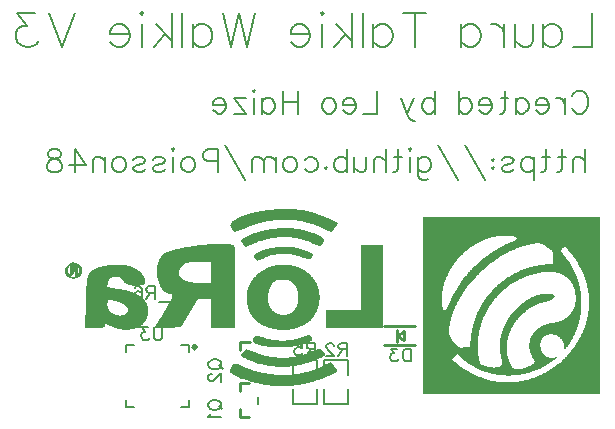
<source format=gbo>
G04 Layer: BottomSilkLayer*
G04 EasyEDA v6.2.35, 2019-08-15T18:41:42+02:00*
G04 d928556bf1d54400a7a5e192a75a7165,10119efe1344418d97fa33539d7a4e55,10*
G04 Gerber Generator version 0.2*
G04 Scale: 100 percent, Rotated: No, Reflected: No *
G04 Dimensions in millimeters *
G04 leading zeros omitted , absolute positions ,3 integer and 3 decimal *
%FSLAX33Y33*%
%MOMM*%
G90*
G71D02*

%ADD10C,0.254000*%
%ADD11C,0.299999*%
%ADD39C,0.199898*%
%ADD44C,0.152400*%
%ADD45C,0.200000*%
%ADD46C,0.203200*%

%LPD*%

%LPD*%
G36*
G01X50807Y17533D02*
G01X35806Y17533D01*
G01X35806Y2532D01*
G01X50807Y2532D01*
G01X50807Y17533D01*
G37*

%LPC*%
G36*
G01X47828Y15004D02*
G01X47797Y15008D01*
G01X47766Y15003D01*
G01X47736Y14990D01*
G01X47704Y14969D01*
G01X47670Y14941D01*
G01X47633Y14906D01*
G01X47591Y14865D01*
G01X47523Y14786D01*
G01X47484Y14715D01*
G01X47474Y14654D01*
G01X47494Y14602D01*
G01X47507Y14585D01*
G01X47525Y14561D01*
G01X47550Y14530D01*
G01X47578Y14493D01*
G01X47612Y14452D01*
G01X47649Y14405D01*
G01X47690Y14354D01*
G01X47733Y14300D01*
G01X47778Y14243D01*
G01X47825Y14184D01*
G01X47873Y14124D01*
G01X47923Y14063D01*
G01X47995Y13972D01*
G01X48030Y13926D01*
G01X48065Y13879D01*
G01X48133Y13785D01*
G01X48199Y13689D01*
G01X48231Y13641D01*
G01X48324Y13494D01*
G01X48353Y13444D01*
G01X48383Y13393D01*
G01X48412Y13343D01*
G01X48440Y13293D01*
G01X48496Y13191D01*
G01X48523Y13139D01*
G01X48575Y13035D01*
G01X48600Y12983D01*
G01X48649Y12877D01*
G01X48673Y12824D01*
G01X48696Y12771D01*
G01X48719Y12717D01*
G01X48762Y12610D01*
G01X48784Y12555D01*
G01X48804Y12501D01*
G01X48844Y12391D01*
G01X48881Y12280D01*
G01X48899Y12225D01*
G01X48934Y12113D01*
G01X48966Y12001D01*
G01X48981Y11945D01*
G01X49010Y11832D01*
G01X49024Y11775D01*
G01X49050Y11661D01*
G01X49062Y11604D01*
G01X49074Y11546D01*
G01X49085Y11489D01*
G01X49096Y11431D01*
G01X49106Y11374D01*
G01X49133Y11200D01*
G01X49149Y11084D01*
G01X49156Y11026D01*
G01X49168Y10909D01*
G01X49173Y10850D01*
G01X49183Y10734D01*
G01X49187Y10675D01*
G01X49190Y10617D01*
G01X49193Y10558D01*
G01X49197Y10440D01*
G01X49199Y10324D01*
G01X49199Y10206D01*
G01X49198Y10147D01*
G01X49195Y10030D01*
G01X49192Y9972D01*
G01X49189Y9913D01*
G01X49186Y9855D01*
G01X49182Y9796D01*
G01X49177Y9738D01*
G01X49173Y9680D01*
G01X49167Y9622D01*
G01X49161Y9563D01*
G01X49155Y9505D01*
G01X49147Y9447D01*
G01X49132Y9331D01*
G01X49124Y9274D01*
G01X49114Y9216D01*
G01X49105Y9158D01*
G01X49095Y9101D01*
G01X49084Y9043D01*
G01X49073Y8987D01*
G01X49061Y8929D01*
G01X49049Y8872D01*
G01X49036Y8815D01*
G01X49023Y8759D01*
G01X49009Y8703D01*
G01X48980Y8590D01*
G01X48965Y8534D01*
G01X48933Y8422D01*
G01X48916Y8367D01*
G01X48898Y8311D01*
G01X48880Y8257D01*
G01X48862Y8202D01*
G01X48843Y8147D01*
G01X48804Y8038D01*
G01X48762Y7930D01*
G01X48719Y7824D01*
G01X48696Y7770D01*
G01X48673Y7718D01*
G01X48650Y7665D01*
G01X48625Y7613D01*
G01X48601Y7561D01*
G01X48576Y7509D01*
G01X48524Y7407D01*
G01X48470Y7305D01*
G01X48414Y7205D01*
G01X48385Y7155D01*
G01X48357Y7106D01*
G01X48297Y7008D01*
G01X48235Y6912D01*
G01X48203Y6864D01*
G01X48170Y6817D01*
G01X48138Y6770D01*
G01X48104Y6723D01*
G01X48071Y6677D01*
G01X48036Y6631D01*
G01X47966Y6541D01*
G01X47930Y6496D01*
G01X47857Y6408D01*
G01X47781Y6322D01*
G01X47727Y6262D01*
G01X47681Y6211D01*
G01X47643Y6171D01*
G01X47614Y6141D01*
G01X47595Y6123D01*
G01X47586Y6118D01*
G01X47588Y6126D01*
G01X47603Y6147D01*
G01X47633Y6191D01*
G01X47659Y6236D01*
G01X47682Y6281D01*
G01X47701Y6326D01*
G01X47717Y6372D01*
G01X47731Y6418D01*
G01X47740Y6464D01*
G01X47747Y6510D01*
G01X47750Y6557D01*
G01X47752Y6603D01*
G01X47749Y6649D01*
G01X47744Y6695D01*
G01X47737Y6740D01*
G01X47727Y6785D01*
G01X47714Y6830D01*
G01X47699Y6875D01*
G01X47682Y6918D01*
G01X47662Y6961D01*
G01X47640Y7004D01*
G01X47616Y7045D01*
G01X47590Y7086D01*
G01X47562Y7125D01*
G01X47532Y7164D01*
G01X47500Y7201D01*
G01X47467Y7237D01*
G01X47431Y7273D01*
G01X47395Y7307D01*
G01X47356Y7339D01*
G01X47317Y7370D01*
G01X47276Y7399D01*
G01X47233Y7426D01*
G01X47190Y7452D01*
G01X47145Y7476D01*
G01X47100Y7498D01*
G01X47054Y7518D01*
G01X47006Y7537D01*
G01X46958Y7553D01*
G01X46909Y7567D01*
G01X46859Y7579D01*
G01X46809Y7588D01*
G01X46759Y7595D01*
G01X46708Y7600D01*
G01X46657Y7602D01*
G01X46605Y7601D01*
G01X46554Y7598D01*
G01X46502Y7592D01*
G01X46450Y7582D01*
G01X46399Y7571D01*
G01X46347Y7555D01*
G01X46296Y7538D01*
G01X46245Y7516D01*
G01X46194Y7492D01*
G01X46149Y7467D01*
G01X46107Y7441D01*
G01X46066Y7413D01*
G01X46028Y7383D01*
G01X45993Y7352D01*
G01X45960Y7319D01*
G01X45929Y7286D01*
G01X45900Y7251D01*
G01X45874Y7214D01*
G01X45850Y7177D01*
G01X45828Y7139D01*
G01X45808Y7100D01*
G01X45790Y7060D01*
G01X45775Y7019D01*
G01X45761Y6977D01*
G01X45750Y6935D01*
G01X45740Y6893D01*
G01X45733Y6850D01*
G01X45727Y6806D01*
G01X45724Y6763D01*
G01X45722Y6718D01*
G01X45722Y6674D01*
G01X45724Y6629D01*
G01X45727Y6585D01*
G01X45733Y6541D01*
G01X45740Y6497D01*
G01X45748Y6453D01*
G01X45759Y6409D01*
G01X45771Y6365D01*
G01X45785Y6323D01*
G01X45800Y6280D01*
G01X45817Y6238D01*
G01X45835Y6197D01*
G01X45855Y6156D01*
G01X45875Y6116D01*
G01X45898Y6077D01*
G01X45922Y6040D01*
G01X45947Y6003D01*
G01X45974Y5966D01*
G01X46001Y5932D01*
G01X46030Y5898D01*
G01X46061Y5866D01*
G01X46092Y5835D01*
G01X46125Y5806D01*
G01X46159Y5779D01*
G01X46193Y5753D01*
G01X46230Y5728D01*
G01X46267Y5705D01*
G01X46304Y5685D01*
G01X46343Y5666D01*
G01X46383Y5648D01*
G01X46424Y5634D01*
G01X46465Y5621D01*
G01X46508Y5610D01*
G01X46551Y5602D01*
G01X46595Y5596D01*
G01X46639Y5593D01*
G01X46685Y5592D01*
G01X46731Y5594D01*
G01X46778Y5598D01*
G01X46825Y5605D01*
G01X46874Y5615D01*
G01X46922Y5628D01*
G01X46971Y5643D01*
G01X47031Y5664D01*
G01X47082Y5680D01*
G01X47124Y5692D01*
G01X47156Y5698D01*
G01X47178Y5700D01*
G01X47190Y5697D01*
G01X47192Y5688D01*
G01X47184Y5673D01*
G01X47165Y5652D01*
G01X47136Y5625D01*
G01X47096Y5592D01*
G01X47044Y5551D01*
G01X46981Y5505D01*
G01X46908Y5450D01*
G01X46822Y5388D01*
G01X46724Y5319D01*
G01X46673Y5283D01*
G01X46621Y5247D01*
G01X46569Y5212D01*
G01X46518Y5178D01*
G01X46465Y5144D01*
G01X46413Y5110D01*
G01X46360Y5077D01*
G01X46308Y5045D01*
G01X46255Y5013D01*
G01X46202Y4982D01*
G01X46148Y4951D01*
G01X46042Y4892D01*
G01X45934Y4834D01*
G01X45880Y4806D01*
G01X45772Y4752D01*
G01X45663Y4700D01*
G01X45609Y4675D01*
G01X45499Y4626D01*
G01X45444Y4602D01*
G01X45389Y4580D01*
G01X45334Y4557D01*
G01X45279Y4535D01*
G01X45167Y4493D01*
G01X45112Y4472D01*
G01X44944Y4415D01*
G01X44888Y4397D01*
G01X44833Y4379D01*
G01X44776Y4362D01*
G01X44720Y4346D01*
G01X44607Y4314D01*
G01X44551Y4300D01*
G01X44494Y4285D01*
G01X44438Y4272D01*
G01X44381Y4259D01*
G01X44325Y4246D01*
G01X44268Y4234D01*
G01X44154Y4211D01*
G01X44040Y4191D01*
G01X43926Y4173D01*
G01X43812Y4157D01*
G01X43698Y4143D01*
G01X43641Y4137D01*
G01X43583Y4132D01*
G01X43526Y4126D01*
G01X43412Y4118D01*
G01X43354Y4115D01*
G01X43297Y4112D01*
G01X43183Y4108D01*
G01X43126Y4107D01*
G01X43011Y4106D01*
G01X42954Y4106D01*
G01X42897Y4107D01*
G01X42840Y4109D01*
G01X42782Y4111D01*
G01X42725Y4113D01*
G01X42668Y4116D01*
G01X42554Y4124D01*
G01X42497Y4129D01*
G01X42383Y4140D01*
G01X42327Y4147D01*
G01X42213Y4161D01*
G01X42156Y4169D01*
G01X42099Y4178D01*
G01X42043Y4187D01*
G01X41986Y4197D01*
G01X41930Y4207D01*
G01X41873Y4217D01*
G01X41705Y4253D01*
G01X41649Y4266D01*
G01X41537Y4293D01*
G01X41425Y4323D01*
G01X41370Y4338D01*
G01X41314Y4355D01*
G01X41259Y4371D01*
G01X41203Y4389D01*
G01X41149Y4406D01*
G01X41093Y4425D01*
G01X41038Y4443D01*
G01X40983Y4463D01*
G01X40929Y4483D01*
G01X40874Y4503D01*
G01X40820Y4524D01*
G01X40711Y4568D01*
G01X40603Y4614D01*
G01X40550Y4638D01*
G01X40442Y4686D01*
G01X40283Y4764D01*
G01X40177Y4818D01*
G01X40125Y4846D01*
G01X40072Y4875D01*
G01X40020Y4904D01*
G01X39916Y4964D01*
G01X39865Y4995D01*
G01X39813Y5026D01*
G01X39711Y5090D01*
G01X39609Y5156D01*
G01X39558Y5190D01*
G01X39408Y5295D01*
G01X39358Y5331D01*
G01X39260Y5405D01*
G01X39113Y5519D01*
G01X39065Y5559D01*
G01X38660Y5891D01*
G01X38464Y5691D01*
G01X38268Y5490D01*
G01X38541Y5255D01*
G01X38583Y5219D01*
G01X38625Y5184D01*
G01X38666Y5149D01*
G01X38709Y5114D01*
G01X38793Y5046D01*
G01X38877Y4980D01*
G01X38920Y4947D01*
G01X38962Y4915D01*
G01X39047Y4852D01*
G01X39133Y4790D01*
G01X39218Y4731D01*
G01X39261Y4701D01*
G01X39304Y4672D01*
G01X39476Y4560D01*
G01X39563Y4506D01*
G01X39606Y4481D01*
G01X39649Y4455D01*
G01X39693Y4429D01*
G01X39779Y4379D01*
G01X39823Y4355D01*
G01X39866Y4331D01*
G01X39954Y4284D01*
G01X39997Y4261D01*
G01X40085Y4216D01*
G01X40128Y4195D01*
G01X40173Y4173D01*
G01X40216Y4152D01*
G01X40392Y4072D01*
G01X40436Y4053D01*
G01X40524Y4016D01*
G01X40612Y3980D01*
G01X40700Y3946D01*
G01X40833Y3897D01*
G01X40921Y3866D01*
G01X41010Y3837D01*
G01X41054Y3823D01*
G01X41099Y3809D01*
G01X41187Y3783D01*
G01X41276Y3757D01*
G01X41320Y3745D01*
G01X41409Y3722D01*
G01X41453Y3711D01*
G01X41498Y3700D01*
G01X41586Y3680D01*
G01X41631Y3670D01*
G01X41763Y3643D01*
G01X41807Y3635D01*
G01X41852Y3627D01*
G01X41940Y3612D01*
G01X41985Y3605D01*
G01X42029Y3598D01*
G01X42117Y3586D01*
G01X42206Y3575D01*
G01X42250Y3570D01*
G01X42338Y3561D01*
G01X42427Y3552D01*
G01X42515Y3546D01*
G01X42603Y3541D01*
G01X42647Y3538D01*
G01X42691Y3537D01*
G01X42778Y3534D01*
G01X42822Y3533D01*
G01X42910Y3532D01*
G01X42953Y3532D01*
G01X43085Y3533D01*
G01X43128Y3535D01*
G01X43172Y3536D01*
G01X43215Y3538D01*
G01X43259Y3540D01*
G01X43302Y3542D01*
G01X43346Y3545D01*
G01X43475Y3554D01*
G01X43605Y3567D01*
G01X43648Y3572D01*
G01X43691Y3576D01*
G01X43734Y3582D01*
G01X43819Y3593D01*
G01X43862Y3599D01*
G01X43947Y3612D01*
G01X44032Y3627D01*
G01X44075Y3634D01*
G01X44159Y3650D01*
G01X44286Y3676D01*
G01X44328Y3685D01*
G01X44370Y3695D01*
G01X44411Y3704D01*
G01X44454Y3715D01*
G01X44537Y3735D01*
G01X44579Y3746D01*
G01X44661Y3768D01*
G01X44744Y3792D01*
G01X44826Y3816D01*
G01X44990Y3868D01*
G01X45030Y3882D01*
G01X45071Y3896D01*
G01X45111Y3910D01*
G01X45152Y3924D01*
G01X45312Y3984D01*
G01X45392Y4016D01*
G01X45471Y4048D01*
G01X45510Y4065D01*
G01X45550Y4082D01*
G01X45628Y4116D01*
G01X45784Y4188D01*
G01X45899Y4244D01*
G01X45976Y4283D01*
G01X46014Y4303D01*
G01X46051Y4323D01*
G01X46089Y4343D01*
G01X46165Y4384D01*
G01X46202Y4404D01*
G01X46239Y4425D01*
G01X46276Y4447D01*
G01X46313Y4468D01*
G01X46387Y4512D01*
G01X46497Y4579D01*
G01X46569Y4624D01*
G01X46641Y4671D01*
G01X46677Y4694D01*
G01X46712Y4718D01*
G01X46748Y4743D01*
G01X46818Y4791D01*
G01X46923Y4866D01*
G01X46957Y4891D01*
G01X46992Y4916D01*
G01X47162Y5046D01*
G01X47195Y5073D01*
G01X47229Y5100D01*
G01X47295Y5154D01*
G01X47328Y5182D01*
G01X47360Y5209D01*
G01X47458Y5293D01*
G01X47522Y5350D01*
G01X47648Y5466D01*
G01X47710Y5525D01*
G01X47801Y5614D01*
G01X47831Y5645D01*
G01X47862Y5675D01*
G01X47891Y5706D01*
G01X47951Y5768D01*
G01X48009Y5830D01*
G01X48038Y5862D01*
G01X48095Y5925D01*
G01X48123Y5957D01*
G01X48152Y5989D01*
G01X48180Y6021D01*
G01X48208Y6054D01*
G01X48235Y6086D01*
G01X48263Y6119D01*
G01X48344Y6218D01*
G01X48423Y6319D01*
G01X48475Y6387D01*
G01X48500Y6421D01*
G01X48526Y6455D01*
G01X48551Y6490D01*
G01X48601Y6559D01*
G01X48626Y6594D01*
G01X48698Y6699D01*
G01X48722Y6735D01*
G01X48769Y6806D01*
G01X48838Y6914D01*
G01X48882Y6986D01*
G01X48926Y7059D01*
G01X48947Y7096D01*
G01X48969Y7133D01*
G01X49032Y7244D01*
G01X49052Y7282D01*
G01X49072Y7319D01*
G01X49092Y7357D01*
G01X49112Y7394D01*
G01X49131Y7433D01*
G01X49151Y7470D01*
G01X49169Y7508D01*
G01X49188Y7547D01*
G01X49207Y7585D01*
G01X49225Y7624D01*
G01X49243Y7662D01*
G01X49261Y7701D01*
G01X49296Y7778D01*
G01X49347Y7895D01*
G01X49363Y7935D01*
G01X49379Y7974D01*
G01X49411Y8053D01*
G01X49456Y8173D01*
G01X49470Y8213D01*
G01X49485Y8253D01*
G01X49512Y8333D01*
G01X49526Y8374D01*
G01X49539Y8414D01*
G01X49552Y8455D01*
G01X49565Y8495D01*
G01X49578Y8536D01*
G01X49602Y8618D01*
G01X49625Y8700D01*
G01X49647Y8782D01*
G01X49658Y8824D01*
G01X49668Y8865D01*
G01X49678Y8907D01*
G01X49697Y8990D01*
G01X49724Y9116D01*
G01X49732Y9158D01*
G01X49740Y9199D01*
G01X49756Y9284D01*
G01X49763Y9326D01*
G01X49770Y9369D01*
G01X49776Y9411D01*
G01X49783Y9453D01*
G01X49789Y9496D01*
G01X49795Y9538D01*
G01X49810Y9667D01*
G01X49815Y9709D01*
G01X49819Y9753D01*
G01X49823Y9795D01*
G01X49827Y9838D01*
G01X49830Y9882D01*
G01X49834Y9924D01*
G01X49836Y9967D01*
G01X49839Y10011D01*
G01X49843Y10098D01*
G01X49844Y10141D01*
G01X49846Y10184D01*
G01X49847Y10228D01*
G01X49848Y10271D01*
G01X49848Y10359D01*
G01X49847Y10446D01*
G01X49845Y10533D01*
G01X49837Y10709D01*
G01X49831Y10797D01*
G01X49827Y10841D01*
G01X49824Y10885D01*
G01X49819Y10929D01*
G01X49815Y10973D01*
G01X49805Y11062D01*
G01X49794Y11150D01*
G01X49788Y11194D01*
G01X49781Y11238D01*
G01X49774Y11283D01*
G01X49767Y11327D01*
G01X49760Y11372D01*
G01X49744Y11460D01*
G01X49735Y11505D01*
G01X49727Y11549D01*
G01X49717Y11594D01*
G01X49708Y11638D01*
G01X49698Y11683D01*
G01X49687Y11727D01*
G01X49677Y11772D01*
G01X49666Y11816D01*
G01X49655Y11861D01*
G01X49643Y11905D01*
G01X49631Y11950D01*
G01X49619Y11994D01*
G01X49606Y12039D01*
G01X49593Y12083D01*
G01X49580Y12128D01*
G01X49566Y12173D01*
G01X49552Y12217D01*
G01X49538Y12262D01*
G01X49522Y12306D01*
G01X49508Y12351D01*
G01X49492Y12395D01*
G01X49476Y12440D01*
G01X49459Y12485D01*
G01X49443Y12529D01*
G01X49409Y12618D01*
G01X49391Y12662D01*
G01X49373Y12707D01*
G01X49354Y12751D01*
G01X49335Y12796D01*
G01X49316Y12840D01*
G01X49296Y12885D01*
G01X49277Y12929D01*
G01X49256Y12974D01*
G01X49214Y13062D01*
G01X49193Y13107D01*
G01X49170Y13151D01*
G01X49149Y13195D01*
G01X49126Y13240D01*
G01X49102Y13284D01*
G01X49079Y13328D01*
G01X49031Y13417D01*
G01X48956Y13549D01*
G01X48904Y13637D01*
G01X48823Y13769D01*
G01X48767Y13857D01*
G01X48709Y13944D01*
G01X48680Y13988D01*
G01X48650Y14032D01*
G01X48620Y14075D01*
G01X48558Y14163D01*
G01X48527Y14206D01*
G01X48495Y14249D01*
G01X48463Y14293D01*
G01X48397Y14379D01*
G01X48363Y14423D01*
G01X48330Y14466D01*
G01X48242Y14577D01*
G01X48164Y14674D01*
G01X48096Y14757D01*
G01X48036Y14828D01*
G01X47985Y14885D01*
G01X47939Y14932D01*
G01X47898Y14966D01*
G01X47862Y14990D01*
G01X47828Y15004D01*
G37*
G36*
G01X46489Y12888D02*
G01X46424Y12888D01*
G01X46358Y12887D01*
G01X46291Y12885D01*
G01X46155Y12877D01*
G01X46086Y12871D01*
G01X45946Y12855D01*
G01X45874Y12845D01*
G01X45813Y12836D01*
G01X45754Y12827D01*
G01X45694Y12816D01*
G01X45634Y12806D01*
G01X45574Y12794D01*
G01X45514Y12783D01*
G01X45455Y12771D01*
G01X45337Y12744D01*
G01X45163Y12702D01*
G01X45105Y12686D01*
G01X44991Y12654D01*
G01X44877Y12619D01*
G01X44820Y12601D01*
G01X44764Y12583D01*
G01X44652Y12545D01*
G01X44597Y12525D01*
G01X44542Y12504D01*
G01X44487Y12484D01*
G01X44378Y12441D01*
G01X44324Y12419D01*
G01X44270Y12396D01*
G01X44163Y12349D01*
G01X44057Y12300D01*
G01X43953Y12250D01*
G01X43849Y12198D01*
G01X43798Y12171D01*
G01X43747Y12143D01*
G01X43697Y12116D01*
G01X43646Y12088D01*
G01X43546Y12030D01*
G01X43497Y12001D01*
G01X43448Y11971D01*
G01X43350Y11910D01*
G01X43254Y11848D01*
G01X43207Y11816D01*
G01X43112Y11751D01*
G01X43066Y11718D01*
G01X42974Y11650D01*
G01X42929Y11616D01*
G01X42883Y11581D01*
G01X42793Y11511D01*
G01X42749Y11475D01*
G01X42706Y11439D01*
G01X42662Y11402D01*
G01X42576Y11328D01*
G01X42450Y11214D01*
G01X42408Y11175D01*
G01X42367Y11136D01*
G01X42327Y11097D01*
G01X42286Y11057D01*
G01X42246Y11017D01*
G01X42207Y10976D01*
G01X42168Y10936D01*
G01X42129Y10895D01*
G01X42090Y10853D01*
G01X42052Y10811D01*
G01X42015Y10769D01*
G01X41940Y10684D01*
G01X41904Y10641D01*
G01X41868Y10597D01*
G01X41832Y10554D01*
G01X41762Y10465D01*
G01X41728Y10421D01*
G01X41660Y10330D01*
G01X41627Y10285D01*
G01X41561Y10193D01*
G01X41529Y10147D01*
G01X41498Y10100D01*
G01X41466Y10053D01*
G01X41435Y10006D01*
G01X41405Y9958D01*
G01X41375Y9911D01*
G01X41345Y9862D01*
G01X41316Y9814D01*
G01X41287Y9765D01*
G01X41231Y9668D01*
G01X41204Y9618D01*
G01X41177Y9569D01*
G01X41151Y9519D01*
G01X41099Y9418D01*
G01X41049Y9317D01*
G01X41001Y9215D01*
G01X40977Y9163D01*
G01X40954Y9111D01*
G01X40888Y8955D01*
G01X40847Y8849D01*
G01X40827Y8797D01*
G01X40807Y8743D01*
G01X40788Y8690D01*
G01X40770Y8636D01*
G01X40751Y8582D01*
G01X40733Y8528D01*
G01X40699Y8420D01*
G01X40667Y8310D01*
G01X40652Y8256D01*
G01X40637Y8200D01*
G01X40623Y8145D01*
G01X40610Y8089D01*
G01X40596Y8034D01*
G01X40584Y7978D01*
G01X40571Y7922D01*
G01X40560Y7866D01*
G01X40548Y7810D01*
G01X40537Y7754D01*
G01X40527Y7697D01*
G01X40518Y7640D01*
G01X40508Y7583D01*
G01X40500Y7527D01*
G01X40492Y7469D01*
G01X40484Y7412D01*
G01X40477Y7354D01*
G01X40470Y7297D01*
G01X40465Y7240D01*
G01X40459Y7182D01*
G01X40454Y7124D01*
G01X40450Y7066D01*
G01X40446Y7007D01*
G01X40442Y6949D01*
G01X40438Y6833D01*
G01X40436Y6774D01*
G01X40434Y6656D01*
G01X40434Y6597D01*
G01X40435Y6538D01*
G01X40436Y6480D01*
G01X40438Y6421D01*
G01X40440Y6361D01*
G01X40446Y6243D01*
G01X40450Y6183D01*
G01X40455Y6123D01*
G01X40465Y6005D01*
G01X40472Y5945D01*
G01X40478Y5885D01*
G01X40494Y5765D01*
G01X40503Y5705D01*
G01X40590Y5122D01*
G01X41027Y4944D01*
G01X41100Y4916D01*
G01X41173Y4891D01*
G01X41246Y4868D01*
G01X41318Y4848D01*
G01X41390Y4832D01*
G01X41460Y4817D01*
G01X41531Y4806D01*
G01X41600Y4797D01*
G01X41667Y4791D01*
G01X41733Y4787D01*
G01X41798Y4786D01*
G01X41860Y4788D01*
G01X41921Y4792D01*
G01X41980Y4799D01*
G01X42036Y4807D01*
G01X42090Y4818D01*
G01X42141Y4832D01*
G01X42190Y4848D01*
G01X42236Y4866D01*
G01X42278Y4886D01*
G01X42317Y4908D01*
G01X42353Y4933D01*
G01X42385Y4960D01*
G01X42414Y4988D01*
G01X42439Y5019D01*
G01X42460Y5052D01*
G01X42476Y5086D01*
G01X42488Y5123D01*
G01X42495Y5161D01*
G01X42498Y5201D01*
G01X42495Y5243D01*
G01X42488Y5287D01*
G01X42464Y5392D01*
G01X42443Y5490D01*
G01X42423Y5582D01*
G01X42405Y5667D01*
G01X42389Y5746D01*
G01X42374Y5820D01*
G01X42361Y5889D01*
G01X42350Y5954D01*
G01X42340Y6016D01*
G01X42331Y6075D01*
G01X42323Y6132D01*
G01X42316Y6186D01*
G01X42311Y6241D01*
G01X42306Y6294D01*
G01X42303Y6348D01*
G01X42300Y6403D01*
G01X42298Y6459D01*
G01X42296Y6517D01*
G01X42295Y6578D01*
G01X42294Y6641D01*
G01X42295Y6697D01*
G01X42296Y6754D01*
G01X42298Y6811D01*
G01X42300Y6867D01*
G01X42304Y6924D01*
G01X42309Y6980D01*
G01X42321Y7094D01*
G01X42337Y7206D01*
G01X42346Y7263D01*
G01X42357Y7319D01*
G01X42368Y7376D01*
G01X42379Y7432D01*
G01X42392Y7488D01*
G01X42420Y7600D01*
G01X42435Y7656D01*
G01X42451Y7712D01*
G01X42468Y7767D01*
G01X42486Y7823D01*
G01X42504Y7878D01*
G01X42523Y7933D01*
G01X42563Y8043D01*
G01X42585Y8098D01*
G01X42606Y8152D01*
G01X42629Y8206D01*
G01X42677Y8314D01*
G01X42702Y8368D01*
G01X42754Y8474D01*
G01X42781Y8527D01*
G01X42837Y8631D01*
G01X42895Y8735D01*
G01X42925Y8786D01*
G01X42956Y8837D01*
G01X42987Y8887D01*
G01X43019Y8938D01*
G01X43051Y8988D01*
G01X43085Y9037D01*
G01X43118Y9087D01*
G01X43187Y9184D01*
G01X43258Y9280D01*
G01X43294Y9327D01*
G01X43331Y9374D01*
G01X43368Y9420D01*
G01X43407Y9466D01*
G01X43445Y9511D01*
G01X43484Y9557D01*
G01X43523Y9601D01*
G01X43603Y9689D01*
G01X43684Y9774D01*
G01X43767Y9857D01*
G01X43809Y9898D01*
G01X43852Y9939D01*
G01X43895Y9979D01*
G01X43938Y10018D01*
G01X44026Y10094D01*
G01X44071Y10132D01*
G01X44115Y10169D01*
G01X44206Y10241D01*
G01X44251Y10276D01*
G01X44344Y10344D01*
G01X44391Y10377D01*
G01X44484Y10441D01*
G01X44532Y10472D01*
G01X44579Y10503D01*
G01X44675Y10561D01*
G01X44723Y10589D01*
G01X44772Y10617D01*
G01X44820Y10644D01*
G01X44869Y10670D01*
G01X44918Y10694D01*
G01X44967Y10719D01*
G01X45016Y10743D01*
G01X45066Y10766D01*
G01X45115Y10787D01*
G01X45165Y10809D01*
G01X45216Y10829D01*
G01X45265Y10848D01*
G01X45316Y10867D01*
G01X45365Y10885D01*
G01X45416Y10902D01*
G01X45466Y10918D01*
G01X45517Y10933D01*
G01X45617Y10961D01*
G01X45668Y10973D01*
G01X45718Y10985D01*
G01X45769Y10996D01*
G01X45820Y11005D01*
G01X45870Y11014D01*
G01X45921Y11022D01*
G01X45971Y11029D01*
G01X46022Y11035D01*
G01X46073Y11040D01*
G01X46123Y11043D01*
G01X46174Y11046D01*
G01X46224Y11049D01*
G01X46274Y11050D01*
G01X46325Y11049D01*
G01X46375Y11048D01*
G01X46425Y11045D01*
G01X46474Y11042D01*
G01X46524Y11038D01*
G01X46574Y11032D01*
G01X46634Y11024D01*
G01X46689Y11013D01*
G01X46739Y11000D01*
G01X46782Y10986D01*
G01X46821Y10970D01*
G01X46853Y10952D01*
G01X46881Y10933D01*
G01X46904Y10912D01*
G01X46921Y10891D01*
G01X46934Y10868D01*
G01X46941Y10844D01*
G01X46943Y10820D01*
G01X46941Y10795D01*
G01X46934Y10769D01*
G01X46923Y10743D01*
G01X46907Y10716D01*
G01X46886Y10689D01*
G01X46861Y10662D01*
G01X46832Y10635D01*
G01X46798Y10608D01*
G01X46761Y10581D01*
G01X46719Y10555D01*
G01X46674Y10529D01*
G01X46624Y10503D01*
G01X46571Y10479D01*
G01X46514Y10455D01*
G01X46454Y10432D01*
G01X46389Y10410D01*
G01X46321Y10390D01*
G01X46250Y10370D01*
G01X46176Y10352D01*
G01X46098Y10336D01*
G01X46042Y10324D01*
G01X45985Y10312D01*
G01X45873Y10284D01*
G01X45818Y10269D01*
G01X45763Y10253D01*
G01X45653Y10219D01*
G01X45600Y10200D01*
G01X45546Y10181D01*
G01X45493Y10162D01*
G01X45440Y10141D01*
G01X45336Y10097D01*
G01X45284Y10074D01*
G01X45233Y10050D01*
G01X45183Y10026D01*
G01X45132Y10000D01*
G01X45082Y9975D01*
G01X44984Y9921D01*
G01X44935Y9893D01*
G01X44887Y9864D01*
G01X44840Y9835D01*
G01X44792Y9805D01*
G01X44745Y9775D01*
G01X44699Y9743D01*
G01X44653Y9712D01*
G01X44563Y9646D01*
G01X44519Y9613D01*
G01X44474Y9579D01*
G01X44388Y9509D01*
G01X44304Y9437D01*
G01X44262Y9400D01*
G01X44181Y9324D01*
G01X44141Y9286D01*
G01X44063Y9208D01*
G01X44024Y9167D01*
G01X43987Y9127D01*
G01X43913Y9045D01*
G01X43841Y8961D01*
G01X43806Y8919D01*
G01X43738Y8833D01*
G01X43705Y8789D01*
G01X43640Y8701D01*
G01X43608Y8656D01*
G01X43577Y8611D01*
G01X43517Y8519D01*
G01X43488Y8473D01*
G01X43460Y8427D01*
G01X43432Y8380D01*
G01X43405Y8333D01*
G01X43378Y8285D01*
G01X43352Y8238D01*
G01X43302Y8142D01*
G01X43278Y8094D01*
G01X43232Y7996D01*
G01X43210Y7948D01*
G01X43189Y7898D01*
G01X43147Y7800D01*
G01X43109Y7700D01*
G01X43092Y7650D01*
G01X43074Y7600D01*
G01X43058Y7550D01*
G01X43042Y7499D01*
G01X43027Y7449D01*
G01X43012Y7398D01*
G01X42998Y7348D01*
G01X42985Y7297D01*
G01X42961Y7195D01*
G01X42950Y7144D01*
G01X42940Y7093D01*
G01X42922Y6991D01*
G01X42914Y6940D01*
G01X42907Y6889D01*
G01X42901Y6838D01*
G01X42895Y6786D01*
G01X42890Y6736D01*
G01X42886Y6685D01*
G01X42883Y6633D01*
G01X42880Y6583D01*
G01X42878Y6532D01*
G01X42877Y6430D01*
G01X42878Y6380D01*
G01X42880Y6329D01*
G01X42882Y6279D01*
G01X42885Y6229D01*
G01X42889Y6179D01*
G01X42894Y6129D01*
G01X42906Y6029D01*
G01X42913Y5980D01*
G01X42921Y5930D01*
G01X42931Y5881D01*
G01X42940Y5832D01*
G01X42951Y5784D01*
G01X42963Y5735D01*
G01X42975Y5687D01*
G01X42988Y5639D01*
G01X43002Y5591D01*
G01X43017Y5544D01*
G01X43033Y5497D01*
G01X43050Y5449D01*
G01X43068Y5403D01*
G01X43087Y5356D01*
G01X43106Y5310D01*
G01X43127Y5264D01*
G01X43148Y5219D01*
G01X43170Y5174D01*
G01X43194Y5129D01*
G01X43218Y5085D01*
G01X43243Y5041D01*
G01X43269Y4997D01*
G01X43296Y4954D01*
G01X43324Y4911D01*
G01X43353Y4869D01*
G01X43413Y4785D01*
G01X43445Y4744D01*
G01X43468Y4721D01*
G01X43496Y4702D01*
G01X43530Y4685D01*
G01X43569Y4673D01*
G01X43613Y4663D01*
G01X43661Y4657D01*
G01X43713Y4653D01*
G01X43768Y4653D01*
G01X43827Y4655D01*
G01X43889Y4659D01*
G01X43953Y4666D01*
G01X44020Y4676D01*
G01X44088Y4688D01*
G01X44157Y4702D01*
G01X44227Y4717D01*
G01X44298Y4735D01*
G01X44369Y4755D01*
G01X44440Y4776D01*
G01X44510Y4799D01*
G01X44580Y4823D01*
G01X44648Y4848D01*
G01X44715Y4875D01*
G01X44779Y4903D01*
G01X44841Y4932D01*
G01X44901Y4962D01*
G01X44956Y4992D01*
G01X45009Y5023D01*
G01X45058Y5054D01*
G01X45102Y5086D01*
G01X45141Y5118D01*
G01X45176Y5150D01*
G01X45205Y5183D01*
G01X45228Y5215D01*
G01X45246Y5247D01*
G01X45256Y5278D01*
G01X45260Y5309D01*
G01X45255Y5320D01*
G01X45242Y5346D01*
G01X45223Y5383D01*
G01X45197Y5433D01*
G01X45165Y5491D01*
G01X45128Y5557D01*
G01X45088Y5630D01*
G01X45045Y5706D01*
G01X45016Y5758D01*
G01X44990Y5811D01*
G01X44965Y5863D01*
G01X44941Y5915D01*
G01X44920Y5968D01*
G01X44900Y6020D01*
G01X44881Y6073D01*
G01X44865Y6126D01*
G01X44850Y6178D01*
G01X44837Y6231D01*
G01X44825Y6283D01*
G01X44815Y6336D01*
G01X44806Y6389D01*
G01X44799Y6441D01*
G01X44794Y6493D01*
G01X44790Y6545D01*
G01X44788Y6597D01*
G01X44787Y6649D01*
G01X44788Y6700D01*
G01X44790Y6751D01*
G01X44793Y6802D01*
G01X44798Y6853D01*
G01X44806Y6903D01*
G01X44814Y6954D01*
G01X44823Y7003D01*
G01X44834Y7053D01*
G01X44846Y7101D01*
G01X44860Y7150D01*
G01X44875Y7198D01*
G01X44892Y7246D01*
G01X44910Y7293D01*
G01X44929Y7340D01*
G01X44950Y7385D01*
G01X44972Y7431D01*
G01X44995Y7476D01*
G01X45019Y7520D01*
G01X45045Y7564D01*
G01X45101Y7650D01*
G01X45131Y7692D01*
G01X45162Y7733D01*
G01X45194Y7773D01*
G01X45227Y7813D01*
G01X45262Y7852D01*
G01X45297Y7890D01*
G01X45334Y7927D01*
G01X45373Y7964D01*
G01X45412Y7999D01*
G01X45452Y8035D01*
G01X45493Y8068D01*
G01X45536Y8101D01*
G01X45580Y8133D01*
G01X45670Y8195D01*
G01X45717Y8224D01*
G01X45765Y8251D01*
G01X45814Y8278D01*
G01X45864Y8304D01*
G01X45916Y8329D01*
G01X45967Y8353D01*
G01X46075Y8397D01*
G01X46130Y8417D01*
G01X46186Y8436D01*
G01X46243Y8454D01*
G01X46301Y8471D01*
G01X46359Y8486D01*
G01X46419Y8500D01*
G01X46479Y8513D01*
G01X46541Y8524D01*
G01X46603Y8534D01*
G01X46666Y8543D01*
G01X46734Y8552D01*
G01X46802Y8563D01*
G01X46869Y8575D01*
G01X46934Y8588D01*
G01X46998Y8602D01*
G01X47062Y8617D01*
G01X47124Y8634D01*
G01X47186Y8652D01*
G01X47246Y8671D01*
G01X47305Y8691D01*
G01X47363Y8712D01*
G01X47420Y8735D01*
G01X47476Y8758D01*
G01X47532Y8783D01*
G01X47585Y8809D01*
G01X47638Y8836D01*
G01X47690Y8864D01*
G01X47740Y8893D01*
G01X47790Y8923D01*
G01X47837Y8955D01*
G01X47885Y8987D01*
G01X47930Y9020D01*
G01X47975Y9055D01*
G01X48019Y9090D01*
G01X48061Y9126D01*
G01X48102Y9164D01*
G01X48142Y9202D01*
G01X48218Y9282D01*
G01X48254Y9323D01*
G01X48289Y9365D01*
G01X48322Y9409D01*
G01X48354Y9453D01*
G01X48385Y9498D01*
G01X48415Y9544D01*
G01X48471Y9638D01*
G01X48521Y9736D01*
G01X48544Y9786D01*
G01X48565Y9837D01*
G01X48586Y9889D01*
G01X48622Y9995D01*
G01X48638Y10050D01*
G01X48653Y10105D01*
G01X48666Y10161D01*
G01X48678Y10217D01*
G01X48688Y10275D01*
G01X48697Y10333D01*
G01X48705Y10392D01*
G01X48710Y10451D01*
G01X48715Y10512D01*
G01X48718Y10573D01*
G01X48719Y10634D01*
G01X48719Y10696D01*
G01X48718Y10761D01*
G01X48715Y10825D01*
G01X48711Y10888D01*
G01X48706Y10950D01*
G01X48699Y11011D01*
G01X48691Y11072D01*
G01X48683Y11132D01*
G01X48673Y11190D01*
G01X48661Y11248D01*
G01X48649Y11305D01*
G01X48635Y11361D01*
G01X48620Y11416D01*
G01X48604Y11470D01*
G01X48587Y11523D01*
G01X48569Y11576D01*
G01X48550Y11627D01*
G01X48529Y11677D01*
G01X48507Y11727D01*
G01X48485Y11775D01*
G01X48461Y11823D01*
G01X48436Y11869D01*
G01X48410Y11915D01*
G01X48382Y11960D01*
G01X48354Y12004D01*
G01X48325Y12047D01*
G01X48295Y12088D01*
G01X48263Y12129D01*
G01X48231Y12169D01*
G01X48197Y12208D01*
G01X48127Y12282D01*
G01X48090Y12318D01*
G01X48053Y12353D01*
G01X48014Y12386D01*
G01X47974Y12419D01*
G01X47933Y12451D01*
G01X47892Y12481D01*
G01X47850Y12511D01*
G01X47806Y12539D01*
G01X47761Y12566D01*
G01X47716Y12592D01*
G01X47669Y12618D01*
G01X47622Y12642D01*
G01X47574Y12665D01*
G01X47524Y12687D01*
G01X47474Y12708D01*
G01X47372Y12746D01*
G01X47319Y12764D01*
G01X47265Y12780D01*
G01X47210Y12795D01*
G01X47155Y12809D01*
G01X47098Y12822D01*
G01X47041Y12834D01*
G01X46983Y12845D01*
G01X46865Y12863D01*
G01X46804Y12870D01*
G01X46743Y12876D01*
G01X46681Y12881D01*
G01X46618Y12884D01*
G01X46554Y12887D01*
G01X46489Y12888D01*
G37*
G36*
G01X45560Y15310D02*
G01X45511Y15311D01*
G01X45459Y15309D01*
G01X45405Y15306D01*
G01X45347Y15300D01*
G01X45287Y15293D01*
G01X45223Y15284D01*
G01X45156Y15273D01*
G01X45085Y15259D01*
G01X45010Y15244D01*
G01X44931Y15227D01*
G01X44847Y15208D01*
G01X44759Y15187D01*
G01X44665Y15164D01*
G01X44567Y15139D01*
G01X44463Y15112D01*
G01X44350Y15082D01*
G01X44238Y15048D01*
G01X44125Y15014D01*
G01X44069Y14996D01*
G01X43957Y14958D01*
G01X43901Y14938D01*
G01X43844Y14918D01*
G01X43789Y14898D01*
G01X43733Y14876D01*
G01X43621Y14833D01*
G01X43566Y14810D01*
G01X43455Y14764D01*
G01X43400Y14740D01*
G01X43345Y14715D01*
G01X43289Y14690D01*
G01X43234Y14665D01*
G01X43125Y14613D01*
G01X43015Y14559D01*
G01X42961Y14532D01*
G01X42907Y14504D01*
G01X42852Y14475D01*
G01X42798Y14447D01*
G01X42744Y14418D01*
G01X42636Y14358D01*
G01X42530Y14297D01*
G01X42423Y14234D01*
G01X42370Y14202D01*
G01X42265Y14137D01*
G01X42108Y14036D01*
G01X42055Y14002D01*
G01X42003Y13967D01*
G01X41952Y13932D01*
G01X41900Y13896D01*
G01X41849Y13861D01*
G01X41798Y13825D01*
G01X41697Y13752D01*
G01X41646Y13714D01*
G01X41596Y13677D01*
G01X41546Y13639D01*
G01X41495Y13601D01*
G01X41446Y13563D01*
G01X41396Y13524D01*
G01X41298Y13446D01*
G01X41250Y13406D01*
G01X41201Y13366D01*
G01X41153Y13325D01*
G01X41104Y13285D01*
G01X41009Y13203D01*
G01X40962Y13162D01*
G01X40914Y13120D01*
G01X40868Y13078D01*
G01X40821Y13036D01*
G01X40728Y12950D01*
G01X40683Y12907D01*
G01X40637Y12864D01*
G01X40547Y12776D01*
G01X40502Y12733D01*
G01X40413Y12644D01*
G01X40369Y12598D01*
G01X40326Y12554D01*
G01X40282Y12508D01*
G01X40239Y12463D01*
G01X40154Y12371D01*
G01X40070Y12279D01*
G01X39906Y12091D01*
G01X39866Y12044D01*
G01X39826Y11996D01*
G01X39787Y11949D01*
G01X39747Y11901D01*
G01X39708Y11853D01*
G01X39670Y11804D01*
G01X39632Y11756D01*
G01X39556Y11659D01*
G01X39519Y11610D01*
G01X39446Y11511D01*
G01X39410Y11462D01*
G01X39375Y11413D01*
G01X39339Y11363D01*
G01X39270Y11263D01*
G01X39236Y11214D01*
G01X39202Y11163D01*
G01X39136Y11063D01*
G01X39103Y11012D01*
G01X39071Y10962D01*
G01X39008Y10860D01*
G01X38946Y10758D01*
G01X38886Y10656D01*
G01X38857Y10605D01*
G01X38800Y10502D01*
G01X38772Y10451D01*
G01X38744Y10399D01*
G01X38717Y10347D01*
G01X38690Y10296D01*
G01X38638Y10192D01*
G01X38588Y10088D01*
G01X38564Y10037D01*
G01X38540Y9985D01*
G01X38471Y9829D01*
G01X38449Y9776D01*
G01X38427Y9725D01*
G01X38406Y9672D01*
G01X38386Y9621D01*
G01X38365Y9568D01*
G01X38308Y9412D01*
G01X38272Y9308D01*
G01X38255Y9256D01*
G01X38239Y9204D01*
G01X38222Y9152D01*
G01X38177Y8996D01*
G01X38163Y8944D01*
G01X38137Y8840D01*
G01X38124Y8789D01*
G01X38101Y8685D01*
G01X38090Y8634D01*
G01X38080Y8582D01*
G01X38071Y8531D01*
G01X38061Y8480D01*
G01X38053Y8428D01*
G01X38045Y8377D01*
G01X38024Y8224D01*
G01X38014Y8122D01*
G01X38009Y8072D01*
G01X38005Y8021D01*
G01X37999Y7921D01*
G01X37997Y7870D01*
G01X37995Y7820D01*
G01X37994Y7770D01*
G01X37994Y7721D01*
G01X37997Y7675D01*
G01X38006Y7627D01*
G01X38019Y7575D01*
G01X38038Y7520D01*
G01X38061Y7464D01*
G01X38088Y7406D01*
G01X38120Y7346D01*
G01X38155Y7286D01*
G01X38193Y7225D01*
G01X38234Y7163D01*
G01X38277Y7102D01*
G01X38323Y7041D01*
G01X38371Y6981D01*
G01X38420Y6923D01*
G01X38470Y6866D01*
G01X38522Y6812D01*
G01X38573Y6760D01*
G01X38625Y6711D01*
G01X38677Y6665D01*
G01X38727Y6623D01*
G01X38778Y6585D01*
G01X38827Y6552D01*
G01X38874Y6523D01*
G01X38920Y6500D01*
G01X38963Y6483D01*
G01X39004Y6471D01*
G01X39042Y6466D01*
G01X39076Y6468D01*
G01X39138Y6478D01*
G01X39203Y6487D01*
G01X39270Y6495D01*
G01X39337Y6501D01*
G01X39403Y6507D01*
G01X39463Y6512D01*
G01X39518Y6515D01*
G01X39565Y6516D01*
G01X39610Y6517D01*
G01X39649Y6521D01*
G01X39681Y6529D01*
G01X39708Y6544D01*
G01X39730Y6567D01*
G01X39748Y6600D01*
G01X39763Y6647D01*
G01X39775Y6708D01*
G01X39787Y6785D01*
G01X39797Y6880D01*
G01X39808Y6996D01*
G01X39820Y7134D01*
G01X39825Y7195D01*
G01X39831Y7257D01*
G01X39837Y7318D01*
G01X39852Y7440D01*
G01X39868Y7561D01*
G01X39886Y7681D01*
G01X39896Y7741D01*
G01X39906Y7800D01*
G01X39917Y7860D01*
G01X39928Y7919D01*
G01X39940Y7979D01*
G01X39952Y8038D01*
G01X39978Y8154D01*
G01X39992Y8213D01*
G01X40020Y8329D01*
G01X40035Y8387D01*
G01X40083Y8558D01*
G01X40117Y8672D01*
G01X40153Y8784D01*
G01X40191Y8896D01*
G01X40231Y9006D01*
G01X40251Y9062D01*
G01X40272Y9117D01*
G01X40293Y9171D01*
G01X40337Y9279D01*
G01X40382Y9387D01*
G01X40478Y9599D01*
G01X40504Y9651D01*
G01X40529Y9703D01*
G01X40555Y9755D01*
G01X40582Y9806D01*
G01X40635Y9909D01*
G01X40663Y9959D01*
G01X40691Y10010D01*
G01X40719Y10060D01*
G01X40777Y10160D01*
G01X40867Y10307D01*
G01X40929Y10403D01*
G01X40961Y10452D01*
G01X40993Y10499D01*
G01X41025Y10547D01*
G01X41091Y10641D01*
G01X41124Y10687D01*
G01X41226Y10825D01*
G01X41296Y10915D01*
G01X41332Y10960D01*
G01X41368Y11004D01*
G01X41441Y11092D01*
G01X41478Y11135D01*
G01X41515Y11179D01*
G01X41591Y11264D01*
G01X41669Y11348D01*
G01X41708Y11389D01*
G01X41747Y11431D01*
G01X41787Y11471D01*
G01X41827Y11512D01*
G01X41868Y11552D01*
G01X41908Y11592D01*
G01X41950Y11631D01*
G01X42033Y11709D01*
G01X42075Y11748D01*
G01X42160Y11824D01*
G01X42204Y11861D01*
G01X42247Y11898D01*
G01X42335Y11971D01*
G01X42379Y12007D01*
G01X42424Y12043D01*
G01X42469Y12078D01*
G01X42515Y12113D01*
G01X42560Y12147D01*
G01X42652Y12215D01*
G01X42698Y12248D01*
G01X42792Y12314D01*
G01X42840Y12346D01*
G01X42887Y12378D01*
G01X42936Y12410D01*
G01X43032Y12472D01*
G01X43130Y12532D01*
G01X43180Y12562D01*
G01X43279Y12620D01*
G01X43329Y12648D01*
G01X43380Y12676D01*
G01X43430Y12704D01*
G01X43533Y12757D01*
G01X43584Y12784D01*
G01X43636Y12810D01*
G01X43741Y12861D01*
G01X43793Y12885D01*
G01X43952Y12957D01*
G01X44060Y13002D01*
G01X44168Y13046D01*
G01X44223Y13067D01*
G01X44277Y13088D01*
G01X44333Y13108D01*
G01X44388Y13129D01*
G01X44443Y13148D01*
G01X44555Y13186D01*
G01X44667Y13222D01*
G01X44781Y13256D01*
G01X44952Y13304D01*
G01X45010Y13319D01*
G01X45126Y13347D01*
G01X45185Y13361D01*
G01X45243Y13374D01*
G01X45302Y13387D01*
G01X45420Y13411D01*
G01X45479Y13422D01*
G01X45598Y13443D01*
G01X45658Y13453D01*
G01X45778Y13471D01*
G01X45899Y13487D01*
G01X46021Y13502D01*
G01X46082Y13508D01*
G01X46144Y13514D01*
G01X46205Y13519D01*
G01X46822Y13571D01*
G01X46822Y14142D01*
G01X46821Y14203D01*
G01X46820Y14260D01*
G01X46818Y14312D01*
G01X46815Y14360D01*
G01X46809Y14405D01*
G01X46802Y14447D01*
G01X46793Y14487D01*
G01X46781Y14524D01*
G01X46766Y14559D01*
G01X46748Y14594D01*
G01X46727Y14627D01*
G01X46701Y14661D01*
G01X46672Y14694D01*
G01X46638Y14728D01*
G01X46600Y14763D01*
G01X46557Y14799D01*
G01X46508Y14837D01*
G01X46454Y14878D01*
G01X46393Y14921D01*
G01X46327Y14967D01*
G01X46254Y15017D01*
G01X46174Y15071D01*
G01X46048Y15155D01*
G01X46010Y15179D01*
G01X45971Y15200D01*
G01X45933Y15220D01*
G01X45895Y15237D01*
G01X45857Y15253D01*
G01X45818Y15267D01*
G01X45778Y15279D01*
G01X45738Y15289D01*
G01X45696Y15297D01*
G01X45652Y15304D01*
G01X45607Y15308D01*
G01X45560Y15310D01*
G37*
G36*
G01X42842Y15961D02*
G01X42725Y15961D01*
G01X42666Y15960D01*
G01X42544Y15954D01*
G01X42482Y15951D01*
G01X42419Y15946D01*
G01X42356Y15940D01*
G01X42292Y15933D01*
G01X42227Y15926D01*
G01X42162Y15918D01*
G01X42097Y15909D01*
G01X42031Y15898D01*
G01X41966Y15887D01*
G01X41900Y15875D01*
G01X41834Y15862D01*
G01X41768Y15848D01*
G01X41702Y15832D01*
G01X41637Y15816D01*
G01X41577Y15801D01*
G01X41518Y15785D01*
G01X41459Y15767D01*
G01X41400Y15750D01*
G01X41342Y15732D01*
G01X41226Y15693D01*
G01X41168Y15673D01*
G01X41110Y15652D01*
G01X40997Y15608D01*
G01X40883Y15562D01*
G01X40827Y15538D01*
G01X40772Y15513D01*
G01X40716Y15488D01*
G01X40606Y15436D01*
G01X40552Y15409D01*
G01X40497Y15381D01*
G01X40443Y15353D01*
G01X40390Y15324D01*
G01X40336Y15295D01*
G01X40283Y15265D01*
G01X40231Y15234D01*
G01X40178Y15203D01*
G01X40075Y15139D01*
G01X40023Y15107D01*
G01X39972Y15074D01*
G01X39922Y15040D01*
G01X39871Y15006D01*
G01X39822Y14971D01*
G01X39723Y14900D01*
G01X39674Y14864D01*
G01X39578Y14790D01*
G01X39531Y14752D01*
G01X39483Y14714D01*
G01X39437Y14676D01*
G01X39390Y14637D01*
G01X39298Y14557D01*
G01X39208Y14475D01*
G01X39164Y14434D01*
G01X39077Y14350D01*
G01X39034Y14308D01*
G01X38992Y14265D01*
G01X38949Y14221D01*
G01X38826Y14089D01*
G01X38786Y14044D01*
G01X38746Y13998D01*
G01X38707Y13953D01*
G01X38668Y13907D01*
G01X38630Y13860D01*
G01X38592Y13814D01*
G01X38555Y13766D01*
G01X38518Y13719D01*
G01X38482Y13671D01*
G01X38445Y13623D01*
G01X38410Y13574D01*
G01X38375Y13526D01*
G01X38341Y13476D01*
G01X38307Y13427D01*
G01X38241Y13327D01*
G01X38209Y13277D01*
G01X38177Y13226D01*
G01X38146Y13175D01*
G01X38116Y13124D01*
G01X38086Y13072D01*
G01X38056Y13021D01*
G01X38027Y12969D01*
G01X37971Y12864D01*
G01X37945Y12811D01*
G01X37918Y12758D01*
G01X37866Y12652D01*
G01X37794Y12490D01*
G01X37771Y12436D01*
G01X37748Y12381D01*
G01X37727Y12327D01*
G01X37706Y12272D01*
G01X37685Y12216D01*
G01X37665Y12162D01*
G01X37646Y12106D01*
G01X37609Y11994D01*
G01X37592Y11939D01*
G01X37575Y11883D01*
G01X37559Y11827D01*
G01X37544Y11770D01*
G01X37530Y11714D01*
G01X37515Y11657D01*
G01X37502Y11601D01*
G01X37489Y11544D01*
G01X37477Y11487D01*
G01X37455Y11373D01*
G01X37446Y11316D01*
G01X37437Y11258D01*
G01X37428Y11201D01*
G01X37420Y11143D01*
G01X37413Y11086D01*
G01X37407Y11028D01*
G01X37401Y10971D01*
G01X37396Y10913D01*
G01X37392Y10855D01*
G01X37388Y10798D01*
G01X37382Y10624D01*
G01X37382Y10508D01*
G01X37383Y10450D01*
G01X37385Y10392D01*
G01X37389Y10312D01*
G01X37394Y10236D01*
G01X37402Y10164D01*
G01X37410Y10097D01*
G01X37420Y10033D01*
G01X37432Y9975D01*
G01X37445Y9920D01*
G01X37458Y9870D01*
G01X37474Y9825D01*
G01X37490Y9785D01*
G01X37507Y9750D01*
G01X37525Y9719D01*
G01X37544Y9693D01*
G01X37564Y9672D01*
G01X37585Y9656D01*
G01X37606Y9645D01*
G01X37628Y9640D01*
G01X37650Y9639D01*
G01X37673Y9644D01*
G01X37696Y9655D01*
G01X37720Y9670D01*
G01X37743Y9691D01*
G01X37767Y9718D01*
G01X37791Y9750D01*
G01X37815Y9788D01*
G01X37839Y9831D01*
G01X37863Y9881D01*
G01X37887Y9936D01*
G01X37937Y10059D01*
G01X37989Y10181D01*
G01X38042Y10302D01*
G01X38069Y10362D01*
G01X38151Y10541D01*
G01X38179Y10599D01*
G01X38236Y10716D01*
G01X38265Y10774D01*
G01X38352Y10945D01*
G01X38412Y11058D01*
G01X38474Y11170D01*
G01X38504Y11225D01*
G01X38599Y11390D01*
G01X38631Y11444D01*
G01X38696Y11551D01*
G01X38729Y11605D01*
G01X38762Y11658D01*
G01X38795Y11710D01*
G01X38829Y11763D01*
G01X38897Y11867D01*
G01X38932Y11918D01*
G01X38967Y11970D01*
G01X39002Y12020D01*
G01X39037Y12071D01*
G01X39073Y12121D01*
G01X39108Y12171D01*
G01X39145Y12221D01*
G01X39218Y12320D01*
G01X39292Y12417D01*
G01X39406Y12561D01*
G01X39483Y12655D01*
G01X39562Y12749D01*
G01X39601Y12795D01*
G01X39641Y12841D01*
G01X39681Y12886D01*
G01X39762Y12977D01*
G01X39803Y13022D01*
G01X39844Y13066D01*
G01X39928Y13154D01*
G01X39970Y13197D01*
G01X40013Y13241D01*
G01X40055Y13284D01*
G01X40142Y13369D01*
G01X40185Y13411D01*
G01X40273Y13495D01*
G01X40363Y13577D01*
G01X40453Y13658D01*
G01X40545Y13738D01*
G01X40591Y13777D01*
G01X40637Y13817D01*
G01X40731Y13895D01*
G01X40779Y13933D01*
G01X40826Y13972D01*
G01X40922Y14047D01*
G01X41069Y14158D01*
G01X41119Y14195D01*
G01X41218Y14267D01*
G01X41268Y14302D01*
G01X41319Y14337D01*
G01X41370Y14373D01*
G01X41473Y14442D01*
G01X41524Y14476D01*
G01X41629Y14544D01*
G01X41682Y14577D01*
G01X41735Y14611D01*
G01X41788Y14643D01*
G01X41896Y14708D01*
G01X42004Y14772D01*
G01X42059Y14804D01*
G01X42114Y14835D01*
G01X42170Y14866D01*
G01X42225Y14896D01*
G01X42282Y14927D01*
G01X42338Y14957D01*
G01X42395Y14987D01*
G01X42566Y15074D01*
G01X42682Y15132D01*
G01X42859Y15216D01*
G01X42918Y15243D01*
G01X43098Y15324D01*
G01X43281Y15402D01*
G01X43343Y15427D01*
G01X43405Y15453D01*
G01X43452Y15473D01*
G01X43495Y15492D01*
G01X43535Y15512D01*
G01X43571Y15532D01*
G01X43603Y15550D01*
G01X43631Y15570D01*
G01X43655Y15588D01*
G01X43677Y15606D01*
G01X43694Y15625D01*
G01X43708Y15642D01*
G01X43719Y15660D01*
G01X43727Y15677D01*
G01X43731Y15694D01*
G01X43732Y15710D01*
G01X43730Y15726D01*
G01X43726Y15742D01*
G01X43718Y15757D01*
G01X43707Y15772D01*
G01X43694Y15786D01*
G01X43678Y15800D01*
G01X43659Y15814D01*
G01X43638Y15826D01*
G01X43614Y15839D01*
G01X43588Y15851D01*
G01X43559Y15862D01*
G01X43528Y15873D01*
G01X43495Y15883D01*
G01X43460Y15893D01*
G01X43423Y15902D01*
G01X43384Y15911D01*
G01X43343Y15919D01*
G01X43255Y15933D01*
G01X43208Y15939D01*
G01X43160Y15944D01*
G01X43110Y15949D01*
G01X43060Y15953D01*
G01X43007Y15956D01*
G01X42953Y15958D01*
G01X42898Y15960D01*
G01X42842Y15961D01*
G37*

%LPD*%
G36*
G01X24300Y18210D02*
G01X24232Y18211D01*
G01X24026Y18209D01*
G01X23957Y18208D01*
G01X23888Y18206D01*
G01X23820Y18204D01*
G01X23751Y18202D01*
G01X23681Y18199D01*
G01X23613Y18196D01*
G01X23544Y18192D01*
G01X23407Y18184D01*
G01X23201Y18169D01*
G01X23132Y18163D01*
G01X22996Y18150D01*
G01X22929Y18143D01*
G01X22861Y18136D01*
G01X22793Y18128D01*
G01X22726Y18121D01*
G01X22659Y18113D01*
G01X22526Y18095D01*
G01X22328Y18068D01*
G01X22263Y18057D01*
G01X22133Y18037D01*
G01X22069Y18025D01*
G01X21942Y18003D01*
G01X21879Y17991D01*
G01X21755Y17967D01*
G01X21693Y17954D01*
G01X21632Y17942D01*
G01X21572Y17928D01*
G01X21512Y17915D01*
G01X21452Y17901D01*
G01X21393Y17888D01*
G01X21335Y17873D01*
G01X21277Y17859D01*
G01X21163Y17830D01*
G01X21053Y17799D01*
G01X20998Y17784D01*
G01X20944Y17768D01*
G01X20891Y17752D01*
G01X20787Y17720D01*
G01X20736Y17703D01*
G01X20686Y17687D01*
G01X20636Y17669D01*
G01X20540Y17635D01*
G01X20493Y17617D01*
G01X20447Y17600D01*
G01X20402Y17581D01*
G01X20358Y17564D01*
G01X20314Y17545D01*
G01X20272Y17527D01*
G01X20230Y17508D01*
G01X20189Y17489D01*
G01X20150Y17471D01*
G01X20111Y17451D01*
G01X20037Y17413D01*
G01X20001Y17393D01*
G01X19967Y17374D01*
G01X19933Y17354D01*
G01X19869Y17314D01*
G01X19839Y17294D01*
G01X19810Y17274D01*
G01X19782Y17253D01*
G01X19755Y17233D01*
G01X19705Y17191D01*
G01X19682Y17170D01*
G01X19660Y17150D01*
G01X19639Y17129D01*
G01X19619Y17107D01*
G01X19601Y17087D01*
G01X19584Y17065D01*
G01X19554Y17023D01*
G01X19541Y17001D01*
G01X19530Y16979D01*
G01X19519Y16958D01*
G01X19510Y16936D01*
G01X19503Y16914D01*
G01X19497Y16893D01*
G01X19492Y16871D01*
G01X19489Y16849D01*
G01X19487Y16827D01*
G01X19487Y16805D01*
G01X19488Y16783D01*
G01X19490Y16761D01*
G01X19495Y16739D01*
G01X19501Y16717D01*
G01X19508Y16694D01*
G01X19517Y16673D01*
G01X19528Y16650D01*
G01X19540Y16628D01*
G01X19553Y16606D01*
G01X19569Y16584D01*
G01X19586Y16562D01*
G01X19605Y16540D01*
G01X19875Y16235D01*
G01X20773Y16611D01*
G01X20835Y16637D01*
G01X20897Y16662D01*
G01X20960Y16687D01*
G01X21084Y16735D01*
G01X21147Y16758D01*
G01X21271Y16804D01*
G01X21333Y16825D01*
G01X21458Y16868D01*
G01X21521Y16888D01*
G01X21583Y16908D01*
G01X21708Y16947D01*
G01X21834Y16983D01*
G01X21959Y17018D01*
G01X22084Y17051D01*
G01X22146Y17066D01*
G01X22272Y17096D01*
G01X22397Y17123D01*
G01X22459Y17136D01*
G01X22522Y17149D01*
G01X22584Y17161D01*
G01X22709Y17184D01*
G01X22772Y17194D01*
G01X22834Y17204D01*
G01X22897Y17214D01*
G01X23022Y17232D01*
G01X23084Y17241D01*
G01X23270Y17262D01*
G01X23333Y17268D01*
G01X23457Y17280D01*
G01X23581Y17289D01*
G01X23705Y17296D01*
G01X23829Y17301D01*
G01X23891Y17302D01*
G01X23953Y17304D01*
G01X24015Y17305D01*
G01X24076Y17306D01*
G01X24199Y17305D01*
G01X24261Y17304D01*
G01X24322Y17302D01*
G01X24384Y17300D01*
G01X24444Y17297D01*
G01X24506Y17294D01*
G01X24567Y17291D01*
G01X24689Y17283D01*
G01X24750Y17278D01*
G01X24811Y17272D01*
G01X24871Y17266D01*
G01X24932Y17260D01*
G01X24993Y17253D01*
G01X25113Y17237D01*
G01X25174Y17229D01*
G01X25234Y17220D01*
G01X25354Y17201D01*
G01X25474Y17180D01*
G01X25534Y17168D01*
G01X25593Y17157D01*
G01X25712Y17131D01*
G01X25771Y17118D01*
G01X25889Y17090D01*
G01X26007Y17060D01*
G01X26066Y17044D01*
G01X26124Y17028D01*
G01X26183Y17011D01*
G01X26241Y16994D01*
G01X26299Y16976D01*
G01X26358Y16959D01*
G01X26416Y16940D01*
G01X26473Y16920D01*
G01X26531Y16901D01*
G01X26588Y16881D01*
G01X26703Y16839D01*
G01X26760Y16817D01*
G01X26817Y16796D01*
G01X26931Y16750D01*
G01X26987Y16726D01*
G01X27043Y16703D01*
G01X27100Y16678D01*
G01X27156Y16653D01*
G01X27212Y16627D01*
G01X27267Y16601D01*
G01X27323Y16575D01*
G01X27415Y16531D01*
G01X27504Y16490D01*
G01X27589Y16451D01*
G01X27670Y16416D01*
G01X27744Y16384D01*
G01X27813Y16356D01*
G01X27873Y16333D01*
G01X27926Y16313D01*
G01X27969Y16299D01*
G01X28002Y16290D01*
G01X28025Y16287D01*
G01X28036Y16290D01*
G01X28048Y16304D01*
G01X28069Y16329D01*
G01X28097Y16363D01*
G01X28133Y16405D01*
G01X28174Y16455D01*
G01X28219Y16509D01*
G01X28268Y16567D01*
G01X28318Y16627D01*
G01X28369Y16688D01*
G01X28415Y16748D01*
G01X28458Y16806D01*
G01X28495Y16859D01*
G01X28525Y16906D01*
G01X28548Y16946D01*
G01X28563Y16978D01*
G01X28568Y16999D01*
G01X28565Y17010D01*
G01X28558Y17023D01*
G01X28545Y17037D01*
G01X28527Y17054D01*
G01X28505Y17071D01*
G01X28479Y17089D01*
G01X28448Y17109D01*
G01X28413Y17130D01*
G01X28375Y17152D01*
G01X28333Y17175D01*
G01X28287Y17200D01*
G01X28238Y17225D01*
G01X28186Y17251D01*
G01X28131Y17277D01*
G01X28074Y17304D01*
G01X28013Y17332D01*
G01X27951Y17360D01*
G01X27886Y17389D01*
G01X27819Y17418D01*
G01X27751Y17447D01*
G01X27680Y17476D01*
G01X27609Y17506D01*
G01X27536Y17536D01*
G01X27461Y17565D01*
G01X27387Y17595D01*
G01X27235Y17653D01*
G01X27082Y17710D01*
G01X27006Y17738D01*
G01X26930Y17765D01*
G01X26853Y17792D01*
G01X26778Y17818D01*
G01X26704Y17842D01*
G01X26630Y17867D01*
G01X26558Y17890D01*
G01X26487Y17913D01*
G01X26417Y17933D01*
G01X26349Y17954D01*
G01X26283Y17973D01*
G01X26219Y17990D01*
G01X26157Y18006D01*
G01X26098Y18020D01*
G01X26042Y18034D01*
G01X25983Y18046D01*
G01X25863Y18070D01*
G01X25802Y18082D01*
G01X25741Y18092D01*
G01X25679Y18103D01*
G01X25617Y18112D01*
G01X25554Y18121D01*
G01X25491Y18131D01*
G01X25364Y18147D01*
G01X25235Y18161D01*
G01X25105Y18173D01*
G01X25039Y18179D01*
G01X24973Y18184D01*
G01X24907Y18188D01*
G01X24841Y18193D01*
G01X24707Y18200D01*
G01X24640Y18202D01*
G01X24572Y18205D01*
G01X24504Y18207D01*
G01X24436Y18208D01*
G01X24368Y18210D01*
G01X24300Y18210D01*
G37*

%LPD*%
G36*
G01X24279Y16594D02*
G01X24091Y16594D01*
G01X24028Y16593D01*
G01X23900Y16589D01*
G01X23837Y16586D01*
G01X23773Y16583D01*
G01X23708Y16580D01*
G01X23644Y16576D01*
G01X23580Y16571D01*
G01X23515Y16566D01*
G01X23451Y16560D01*
G01X23322Y16548D01*
G01X23257Y16541D01*
G01X23192Y16533D01*
G01X23063Y16517D01*
G01X22934Y16499D01*
G01X22806Y16479D01*
G01X22678Y16457D01*
G01X22614Y16445D01*
G01X22551Y16433D01*
G01X22487Y16420D01*
G01X22361Y16394D01*
G01X22236Y16365D01*
G01X22112Y16335D01*
G01X21990Y16303D01*
G01X21929Y16286D01*
G01X21869Y16269D01*
G01X21809Y16251D01*
G01X21750Y16234D01*
G01X21691Y16215D01*
G01X21632Y16197D01*
G01X21516Y16157D01*
G01X21459Y16138D01*
G01X21347Y16096D01*
G01X21292Y16075D01*
G01X21237Y16053D01*
G01X21183Y16030D01*
G01X21129Y16008D01*
G01X21076Y15985D01*
G01X21024Y15961D01*
G01X20918Y15913D01*
G01X20823Y15869D01*
G01X20739Y15829D01*
G01X20664Y15793D01*
G01X20600Y15759D01*
G01X20545Y15728D01*
G01X20498Y15698D01*
G01X20461Y15670D01*
G01X20432Y15642D01*
G01X20410Y15615D01*
G01X20397Y15588D01*
G01X20392Y15561D01*
G01X20393Y15532D01*
G01X20402Y15501D01*
G01X20417Y15469D01*
G01X20438Y15433D01*
G01X20465Y15394D01*
G01X20497Y15353D01*
G01X20535Y15307D01*
G01X20579Y15256D01*
G01X20792Y15004D01*
G01X21603Y15342D01*
G01X21662Y15365D01*
G01X21720Y15389D01*
G01X21778Y15412D01*
G01X21896Y15455D01*
G01X22014Y15497D01*
G01X22074Y15516D01*
G01X22133Y15536D01*
G01X22251Y15572D01*
G01X22311Y15590D01*
G01X22371Y15606D01*
G01X22430Y15623D01*
G01X22550Y15653D01*
G01X22670Y15681D01*
G01X22790Y15707D01*
G01X22850Y15719D01*
G01X22911Y15730D01*
G01X22971Y15741D01*
G01X23031Y15751D01*
G01X23092Y15761D01*
G01X23152Y15770D01*
G01X23213Y15778D01*
G01X23273Y15786D01*
G01X23333Y15793D01*
G01X23394Y15800D01*
G01X23454Y15806D01*
G01X23515Y15812D01*
G01X23575Y15816D01*
G01X23636Y15820D01*
G01X23696Y15824D01*
G01X23757Y15827D01*
G01X23817Y15829D01*
G01X23878Y15831D01*
G01X23998Y15833D01*
G01X24058Y15833D01*
G01X24119Y15832D01*
G01X24179Y15831D01*
G01X24240Y15830D01*
G01X24420Y15821D01*
G01X24480Y15817D01*
G01X24540Y15812D01*
G01X24660Y15800D01*
G01X24719Y15794D01*
G01X24779Y15787D01*
G01X24839Y15779D01*
G01X24898Y15771D01*
G01X24958Y15762D01*
G01X25076Y15742D01*
G01X25135Y15731D01*
G01X25195Y15720D01*
G01X25254Y15708D01*
G01X25312Y15695D01*
G01X25371Y15682D01*
G01X25488Y15654D01*
G01X25604Y15624D01*
G01X25663Y15607D01*
G01X25721Y15591D01*
G01X25778Y15573D01*
G01X25836Y15555D01*
G01X25893Y15537D01*
G01X25950Y15518D01*
G01X26008Y15498D01*
G01X26064Y15478D01*
G01X26121Y15457D01*
G01X26234Y15413D01*
G01X26291Y15390D01*
G01X26346Y15367D01*
G01X27080Y15057D01*
G01X27312Y15322D01*
G01X27333Y15349D01*
G01X27353Y15375D01*
G01X27369Y15402D01*
G01X27383Y15427D01*
G01X27394Y15453D01*
G01X27402Y15479D01*
G01X27408Y15505D01*
G01X27410Y15531D01*
G01X27410Y15556D01*
G01X27408Y15582D01*
G01X27402Y15607D01*
G01X27393Y15633D01*
G01X27383Y15658D01*
G01X27369Y15683D01*
G01X27352Y15708D01*
G01X27332Y15733D01*
G01X27310Y15758D01*
G01X27285Y15783D01*
G01X27257Y15808D01*
G01X27226Y15833D01*
G01X27192Y15858D01*
G01X27156Y15883D01*
G01X27116Y15908D01*
G01X27073Y15933D01*
G01X27028Y15958D01*
G01X26980Y15983D01*
G01X26929Y16008D01*
G01X26875Y16032D01*
G01X26818Y16057D01*
G01X26758Y16083D01*
G01X26695Y16108D01*
G01X26629Y16133D01*
G01X26560Y16158D01*
G01X26488Y16183D01*
G01X26413Y16208D01*
G01X26336Y16234D01*
G01X26254Y16259D01*
G01X26171Y16284D01*
G01X26084Y16310D01*
G01X25994Y16336D01*
G01X25901Y16362D01*
G01X25805Y16388D01*
G01X25706Y16413D01*
G01X25604Y16440D01*
G01X25552Y16453D01*
G01X25500Y16464D01*
G01X25447Y16476D01*
G01X25394Y16487D01*
G01X25285Y16507D01*
G01X25230Y16517D01*
G01X25174Y16525D01*
G01X25118Y16534D01*
G01X25061Y16542D01*
G01X25003Y16549D01*
G01X24945Y16555D01*
G01X24886Y16561D01*
G01X24828Y16567D01*
G01X24769Y16572D01*
G01X24709Y16577D01*
G01X24648Y16581D01*
G01X24588Y16584D01*
G01X24527Y16587D01*
G01X24465Y16590D01*
G01X24404Y16592D01*
G01X24342Y16593D01*
G01X24279Y16594D01*
G37*

%LPD*%
G36*
G01X24197Y15016D02*
G01X24128Y15017D01*
G01X23990Y15015D01*
G01X23921Y15013D01*
G01X23852Y15010D01*
G01X23782Y15007D01*
G01X23712Y15003D01*
G01X23642Y14998D01*
G01X23504Y14986D01*
G01X23297Y14962D01*
G01X23229Y14952D01*
G01X23161Y14943D01*
G01X23094Y14932D01*
G01X23028Y14921D01*
G01X22962Y14909D01*
G01X22897Y14897D01*
G01X22832Y14884D01*
G01X22768Y14871D01*
G01X22705Y14857D01*
G01X22643Y14843D01*
G01X22582Y14828D01*
G01X22522Y14812D01*
G01X22464Y14797D01*
G01X22406Y14780D01*
G01X22349Y14763D01*
G01X22294Y14746D01*
G01X22188Y14710D01*
G01X22137Y14691D01*
G01X22088Y14673D01*
G01X22040Y14653D01*
G01X21993Y14633D01*
G01X21949Y14614D01*
G01X21906Y14593D01*
G01X21865Y14572D01*
G01X21826Y14552D01*
G01X21789Y14530D01*
G01X21754Y14509D01*
G01X21721Y14487D01*
G01X21690Y14465D01*
G01X21661Y14443D01*
G01X21634Y14421D01*
G01X21609Y14398D01*
G01X21587Y14375D01*
G01X21568Y14352D01*
G01X21551Y14329D01*
G01X21536Y14306D01*
G01X21524Y14282D01*
G01X21514Y14259D01*
G01X21508Y14235D01*
G01X21504Y14211D01*
G01X21503Y14187D01*
G01X21504Y14164D01*
G01X21509Y14140D01*
G01X21517Y14116D01*
G01X21528Y14091D01*
G01X21541Y14068D01*
G01X21558Y14044D01*
G01X21730Y13822D01*
G01X22385Y14095D01*
G01X22441Y14118D01*
G01X22498Y14141D01*
G01X22555Y14163D01*
G01X22612Y14183D01*
G01X22670Y14203D01*
G01X22727Y14222D01*
G01X22784Y14240D01*
G01X22900Y14274D01*
G01X23016Y14304D01*
G01X23074Y14318D01*
G01X23132Y14331D01*
G01X23190Y14343D01*
G01X23249Y14354D01*
G01X23307Y14365D01*
G01X23366Y14374D01*
G01X23424Y14383D01*
G01X23483Y14391D01*
G01X23542Y14398D01*
G01X23601Y14404D01*
G01X23660Y14409D01*
G01X23719Y14413D01*
G01X23777Y14417D01*
G01X23836Y14420D01*
G01X23895Y14422D01*
G01X23954Y14423D01*
G01X24013Y14423D01*
G01X24072Y14422D01*
G01X24132Y14421D01*
G01X24190Y14419D01*
G01X24308Y14411D01*
G01X24367Y14406D01*
G01X24427Y14400D01*
G01X24486Y14394D01*
G01X24545Y14386D01*
G01X24603Y14377D01*
G01X24662Y14368D01*
G01X24721Y14358D01*
G01X24780Y14347D01*
G01X24838Y14335D01*
G01X24897Y14323D01*
G01X24956Y14309D01*
G01X25014Y14295D01*
G01X25072Y14279D01*
G01X25131Y14263D01*
G01X25247Y14229D01*
G01X25305Y14210D01*
G01X25421Y14170D01*
G01X25552Y14123D01*
G01X25667Y14082D01*
G01X25768Y14047D01*
G01X25857Y14018D01*
G01X25933Y13994D01*
G01X25999Y13976D01*
G01X26056Y13964D01*
G01X26105Y13957D01*
G01X26147Y13955D01*
G01X26183Y13959D01*
G01X26215Y13967D01*
G01X26243Y13981D01*
G01X26270Y13999D01*
G01X26295Y14022D01*
G01X26322Y14050D01*
G01X26349Y14082D01*
G01X26374Y14113D01*
G01X26396Y14143D01*
G01X26416Y14172D01*
G01X26431Y14201D01*
G01X26444Y14228D01*
G01X26453Y14254D01*
G01X26459Y14280D01*
G01X26461Y14305D01*
G01X26459Y14329D01*
G01X26454Y14353D01*
G01X26444Y14377D01*
G01X26431Y14400D01*
G01X26413Y14423D01*
G01X26391Y14445D01*
G01X26365Y14468D01*
G01X26334Y14491D01*
G01X26299Y14513D01*
G01X26259Y14536D01*
G01X26214Y14559D01*
G01X26165Y14582D01*
G01X26110Y14605D01*
G01X26050Y14628D01*
G01X25985Y14653D01*
G01X25915Y14677D01*
G01X25839Y14703D01*
G01X25758Y14728D01*
G01X25671Y14755D01*
G01X25578Y14782D01*
G01X25480Y14811D01*
G01X25375Y14840D01*
G01X25264Y14871D01*
G01X25148Y14902D01*
G01X25091Y14916D01*
G01X25033Y14930D01*
G01X24974Y14942D01*
G01X24914Y14953D01*
G01X24852Y14964D01*
G01X24790Y14973D01*
G01X24727Y14982D01*
G01X24663Y14990D01*
G01X24533Y15002D01*
G01X24467Y15006D01*
G01X24400Y15010D01*
G01X24333Y15013D01*
G01X24265Y15015D01*
G01X24197Y15016D01*
G37*

%LPD*%
G36*
G01X6178Y13688D02*
G01X6132Y13689D01*
G01X6086Y13684D01*
G01X6042Y13674D01*
G01X5997Y13659D01*
G01X5952Y13638D01*
G01X5907Y13613D01*
G01X5860Y13581D01*
G01X5811Y13544D01*
G01X5759Y13502D01*
G01X5704Y13454D01*
G01X5660Y13412D01*
G01X5621Y13370D01*
G01X5585Y13326D01*
G01X5553Y13282D01*
G01X5526Y13237D01*
G01X5503Y13193D01*
G01X5483Y13148D01*
G01X5468Y13103D01*
G01X5456Y13058D01*
G01X5448Y13013D01*
G01X5445Y12968D01*
G01X5445Y12924D01*
G01X5448Y12880D01*
G01X5456Y12837D01*
G01X5468Y12794D01*
G01X5482Y12753D01*
G01X5501Y12712D01*
G01X5523Y12673D01*
G01X5550Y12634D01*
G01X5579Y12597D01*
G01X5613Y12562D01*
G01X5649Y12528D01*
G01X5690Y12496D01*
G01X5734Y12466D01*
G01X5781Y12438D01*
G01X5832Y12411D01*
G01X5886Y12388D01*
G01X5944Y12366D01*
G01X5998Y12349D01*
G01X6052Y12336D01*
G01X6105Y12326D01*
G01X6157Y12320D01*
G01X6208Y12316D01*
G01X6258Y12316D01*
G01X6306Y12320D01*
G01X6353Y12325D01*
G01X6398Y12334D01*
G01X6442Y12346D01*
G01X6486Y12360D01*
G01X6527Y12376D01*
G01X6566Y12395D01*
G01X6605Y12417D01*
G01X6641Y12440D01*
G01X6676Y12465D01*
G01X6709Y12492D01*
G01X6740Y12521D01*
G01X6769Y12551D01*
G01X6796Y12583D01*
G01X6821Y12616D01*
G01X6844Y12651D01*
G01X6865Y12686D01*
G01X6884Y12723D01*
G01X6900Y12760D01*
G01X6914Y12799D01*
G01X6926Y12837D01*
G01X6935Y12877D01*
G01X6942Y12916D01*
G01X6946Y12957D01*
G01X6948Y12997D01*
G01X6947Y13037D01*
G01X6943Y13077D01*
G01X6937Y13117D01*
G01X6928Y13157D01*
G01X6915Y13196D01*
G01X6900Y13234D01*
G01X6882Y13272D01*
G01X6861Y13309D01*
G01X6837Y13345D01*
G01X6809Y13380D01*
G01X6778Y13414D01*
G01X6744Y13447D01*
G01X6707Y13478D01*
G01X6666Y13508D01*
G01X6622Y13536D01*
G01X6574Y13562D01*
G01X6523Y13586D01*
G01X6455Y13614D01*
G01X6392Y13638D01*
G01X6334Y13658D01*
G01X6279Y13673D01*
G01X6228Y13683D01*
G01X6178Y13688D01*
G37*

%LPC*%
G36*
G01X6316Y12873D02*
G01X6304Y12874D01*
G01X6279Y12844D01*
G01X6236Y12791D01*
G01X6181Y12725D01*
G01X6119Y12651D01*
G01X6076Y12599D01*
G01X6046Y12558D01*
G01X6030Y12527D01*
G01X6026Y12503D01*
G01X6037Y12488D01*
G01X6061Y12478D01*
G01X6099Y12473D01*
G01X6151Y12471D01*
G01X6228Y12487D01*
G01X6286Y12531D01*
G01X6323Y12601D01*
G01X6336Y12694D01*
G01X6333Y12778D01*
G01X6327Y12839D01*
G01X6316Y12873D01*
G37*
G36*
G01X5911Y13379D02*
G01X5898Y13379D01*
G01X5882Y13366D01*
G01X5860Y13341D01*
G01X5834Y13302D01*
G01X5802Y13253D01*
G01X5765Y13190D01*
G01X5737Y13138D01*
G01X5718Y13088D01*
G01X5705Y13038D01*
G01X5700Y12990D01*
G01X5703Y12943D01*
G01X5714Y12896D01*
G01X5732Y12850D01*
G01X5758Y12805D01*
G01X5787Y12760D01*
G01X5813Y12725D01*
G01X5834Y12702D01*
G01X5852Y12690D01*
G01X5867Y12690D01*
G01X5880Y12703D01*
G01X5890Y12729D01*
G01X5899Y12770D01*
G01X5906Y12826D01*
G01X5912Y12897D01*
G01X5918Y12984D01*
G01X5923Y13089D01*
G01X5926Y13172D01*
G01X5928Y13242D01*
G01X5928Y13297D01*
G01X5925Y13338D01*
G01X5920Y13365D01*
G01X5911Y13379D01*
G37*
G36*
G01X6628Y13205D02*
G01X6620Y13208D01*
G01X6610Y13195D01*
G01X6599Y13166D01*
G01X6583Y13082D01*
G01X6578Y12986D01*
G01X6583Y12890D01*
G01X6599Y12806D01*
G01X6610Y12777D01*
G01X6620Y12765D01*
G01X6628Y12767D01*
G01X6636Y12784D01*
G01X6643Y12816D01*
G01X6648Y12860D01*
G01X6651Y12917D01*
G01X6652Y12986D01*
G01X6651Y13055D01*
G01X6648Y13111D01*
G01X6643Y13156D01*
G01X6636Y13187D01*
G01X6628Y13205D01*
G37*

%LPD*%
G36*
G01X18794Y15264D02*
G01X18731Y15265D01*
G01X18667Y15264D01*
G01X18602Y15264D01*
G01X18535Y15263D01*
G01X18468Y15261D01*
G01X18330Y15257D01*
G01X18187Y15251D01*
G01X18115Y15248D01*
G01X18042Y15244D01*
G01X17967Y15239D01*
G01X17893Y15234D01*
G01X17741Y15224D01*
G01X17587Y15212D01*
G01X17431Y15198D01*
G01X17353Y15190D01*
G01X17274Y15183D01*
G01X17115Y15166D01*
G01X17035Y15158D01*
G01X16956Y15149D01*
G01X16875Y15139D01*
G01X16796Y15129D01*
G01X16715Y15120D01*
G01X16555Y15098D01*
G01X16475Y15088D01*
G01X16396Y15076D01*
G01X16316Y15065D01*
G01X16237Y15054D01*
G01X16158Y15041D01*
G01X16080Y15029D01*
G01X16002Y15016D01*
G01X15924Y15004D01*
G01X15847Y14991D01*
G01X15695Y14965D01*
G01X15619Y14951D01*
G01X15471Y14923D01*
G01X15398Y14909D01*
G01X15254Y14879D01*
G01X15184Y14865D01*
G01X15115Y14849D01*
G01X15046Y14834D01*
G01X14979Y14819D01*
G01X14912Y14803D01*
G01X14847Y14788D01*
G01X14721Y14756D01*
G01X14660Y14740D01*
G01X14600Y14723D01*
G01X14542Y14707D01*
G01X14485Y14690D01*
G01X14429Y14674D01*
G01X14375Y14657D01*
G01X14323Y14640D01*
G01X14272Y14623D01*
G01X14223Y14606D01*
G01X14176Y14589D01*
G01X14131Y14571D01*
G01X14087Y14554D01*
G01X14045Y14537D01*
G01X14006Y14519D01*
G01X13967Y14502D01*
G01X13932Y14484D01*
G01X13898Y14467D01*
G01X13866Y14449D01*
G01X13837Y14431D01*
G01X13810Y14413D01*
G01X13785Y14396D01*
G01X13763Y14378D01*
G01X13742Y14360D01*
G01X13725Y14342D01*
G01X13691Y14305D01*
G01X13659Y14266D01*
G01X13628Y14225D01*
G01X13598Y14183D01*
G01X13570Y14140D01*
G01X13543Y14096D01*
G01X13517Y14050D01*
G01X13493Y14004D01*
G01X13470Y13956D01*
G01X13448Y13907D01*
G01X13428Y13857D01*
G01X13409Y13807D01*
G01X13391Y13755D01*
G01X13375Y13703D01*
G01X13359Y13650D01*
G01X13346Y13596D01*
G01X13333Y13541D01*
G01X13321Y13486D01*
G01X13311Y13431D01*
G01X13301Y13375D01*
G01X13287Y13261D01*
G01X13281Y13203D01*
G01X13277Y13146D01*
G01X13271Y13030D01*
G01X13270Y12971D01*
G01X13270Y12913D01*
G01X13271Y12854D01*
G01X13277Y12738D01*
G01X13281Y12680D01*
G01X13293Y12564D01*
G01X13300Y12506D01*
G01X13309Y12449D01*
G01X13319Y12392D01*
G01X13329Y12336D01*
G01X13341Y12280D01*
G01X13367Y12170D01*
G01X13397Y12062D01*
G01X13431Y11958D01*
G01X13449Y11907D01*
G01X13489Y11807D01*
G01X13510Y11759D01*
G01X13532Y11712D01*
G01X13555Y11666D01*
G01X13578Y11622D01*
G01X13603Y11578D01*
G01X13629Y11536D01*
G01X13655Y11495D01*
G01X13681Y11455D01*
G01X13709Y11417D01*
G01X13738Y11380D01*
G01X13768Y11345D01*
G01X13798Y11311D01*
G01X13829Y11279D01*
G01X13861Y11249D01*
G01X13893Y11220D01*
G01X13927Y11193D01*
G01X13961Y11168D01*
G01X13995Y11146D01*
G01X14031Y11124D01*
G01X14067Y11105D01*
G01X14104Y11088D01*
G01X14141Y11073D01*
G01X14179Y11061D01*
G01X14218Y11050D01*
G01X14258Y11041D01*
G01X14298Y11035D01*
G01X14339Y11032D01*
G01X14380Y11031D01*
G01X14411Y11030D01*
G01X14439Y11027D01*
G01X14465Y11023D01*
G01X14488Y11017D01*
G01X14508Y11008D01*
G01X14526Y10998D01*
G01X14540Y10985D01*
G01X14552Y10970D01*
G01X14561Y10952D01*
G01X14567Y10931D01*
G01X14570Y10908D01*
G01X14570Y10881D01*
G01X14567Y10851D01*
G01X14561Y10818D01*
G01X14552Y10782D01*
G01X14539Y10743D01*
G01X14523Y10700D01*
G01X14504Y10652D01*
G01X14482Y10601D01*
G01X14456Y10547D01*
G01X14427Y10487D01*
G01X14394Y10424D01*
G01X14358Y10356D01*
G01X14318Y10284D01*
G01X14275Y10207D01*
G01X14228Y10125D01*
G01X14177Y10039D01*
G01X14122Y9947D01*
G01X14064Y9850D01*
G01X14003Y9748D01*
G01X13936Y9640D01*
G01X13867Y9527D01*
G01X13812Y9438D01*
G01X13758Y9351D01*
G01X13705Y9265D01*
G01X13654Y9181D01*
G01X13603Y9099D01*
G01X13554Y9019D01*
G01X13507Y8941D01*
G01X13462Y8866D01*
G01X13418Y8794D01*
G01X13376Y8725D01*
G01X13337Y8659D01*
G01X13299Y8596D01*
G01X13263Y8537D01*
G01X13231Y8482D01*
G01X13200Y8431D01*
G01X13173Y8384D01*
G01X13148Y8341D01*
G01X13126Y8303D01*
G01X13107Y8270D01*
G01X13091Y8242D01*
G01X13079Y8219D01*
G01X13070Y8202D01*
G01X13064Y8190D01*
G01X13063Y8184D01*
G01X13068Y8180D01*
G01X13085Y8176D01*
G01X13113Y8173D01*
G01X13150Y8170D01*
G01X13197Y8168D01*
G01X13253Y8166D01*
G01X13317Y8164D01*
G01X13388Y8163D01*
G01X13467Y8163D01*
G01X13552Y8162D01*
G01X13644Y8163D01*
G01X13741Y8163D01*
G01X13843Y8165D01*
G01X13949Y8166D01*
G01X14059Y8169D01*
G01X14172Y8171D01*
G01X15281Y8201D01*
G01X16767Y10619D01*
G01X17851Y10619D01*
G01X17851Y8149D01*
G01X19903Y8149D01*
G01X19903Y11880D01*
G01X19902Y11979D01*
G01X19902Y12174D01*
G01X19901Y12270D01*
G01X19901Y12366D01*
G01X19899Y12554D01*
G01X19899Y12647D01*
G01X19897Y12829D01*
G01X19896Y12918D01*
G01X19895Y13006D01*
G01X19894Y13093D01*
G01X19893Y13179D01*
G01X19892Y13263D01*
G01X19891Y13346D01*
G01X19889Y13508D01*
G01X19887Y13586D01*
G01X19886Y13664D01*
G01X19884Y13739D01*
G01X19883Y13814D01*
G01X19881Y13886D01*
G01X19880Y13957D01*
G01X19878Y14026D01*
G01X19877Y14093D01*
G01X19874Y14159D01*
G01X19873Y14222D01*
G01X19871Y14284D01*
G01X19869Y14344D01*
G01X19867Y14402D01*
G01X19865Y14458D01*
G01X19863Y14512D01*
G01X19861Y14563D01*
G01X19859Y14613D01*
G01X19857Y14660D01*
G01X19855Y14705D01*
G01X19853Y14748D01*
G01X19851Y14789D01*
G01X19849Y14827D01*
G01X19847Y14863D01*
G01X19844Y14896D01*
G01X19842Y14927D01*
G01X19839Y14956D01*
G01X19837Y14981D01*
G01X19835Y15004D01*
G01X19832Y15025D01*
G01X19830Y15043D01*
G01X19828Y15058D01*
G01X19825Y15071D01*
G01X19823Y15080D01*
G01X19820Y15087D01*
G01X19818Y15091D01*
G01X19802Y15104D01*
G01X19783Y15118D01*
G01X19762Y15130D01*
G01X19739Y15142D01*
G01X19714Y15153D01*
G01X19686Y15164D01*
G01X19656Y15174D01*
G01X19624Y15184D01*
G01X19590Y15192D01*
G01X19553Y15201D01*
G01X19515Y15209D01*
G01X19475Y15216D01*
G01X19433Y15223D01*
G01X19389Y15229D01*
G01X19343Y15235D01*
G01X19295Y15240D01*
G01X19246Y15245D01*
G01X19195Y15249D01*
G01X19142Y15253D01*
G01X19088Y15256D01*
G01X19032Y15258D01*
G01X18975Y15261D01*
G01X18916Y15262D01*
G01X18794Y15264D01*
G37*

%LPC*%
G36*
G01X17851Y13706D02*
G01X16672Y13706D01*
G01X16550Y13705D01*
G01X16439Y13704D01*
G01X16337Y13702D01*
G01X16244Y13699D01*
G01X16159Y13695D01*
G01X16082Y13690D01*
G01X16012Y13684D01*
G01X15949Y13677D01*
G01X15891Y13668D01*
G01X15838Y13658D01*
G01X15790Y13646D01*
G01X15745Y13633D01*
G01X15704Y13617D01*
G01X15666Y13600D01*
G01X15630Y13581D01*
G01X15595Y13560D01*
G01X15561Y13537D01*
G01X15527Y13511D01*
G01X15492Y13482D01*
G01X15451Y13446D01*
G01X15411Y13409D01*
G01X15374Y13372D01*
G01X15340Y13335D01*
G01X15308Y13298D01*
G01X15279Y13261D01*
G01X15252Y13224D01*
G01X15228Y13188D01*
G01X15206Y13151D01*
G01X15187Y13115D01*
G01X15169Y13078D01*
G01X15155Y13042D01*
G01X15142Y13006D01*
G01X15132Y12970D01*
G01X15125Y12934D01*
G01X15119Y12899D01*
G01X15116Y12864D01*
G01X15116Y12829D01*
G01X15117Y12794D01*
G01X15121Y12760D01*
G01X15126Y12727D01*
G01X15134Y12693D01*
G01X15144Y12660D01*
G01X15157Y12628D01*
G01X15171Y12596D01*
G01X15187Y12565D01*
G01X15206Y12534D01*
G01X15226Y12503D01*
G01X15249Y12473D01*
G01X15274Y12444D01*
G01X15300Y12416D01*
G01X15328Y12388D01*
G01X15359Y12360D01*
G01X15391Y12334D01*
G01X15426Y12307D01*
G01X15462Y12282D01*
G01X15500Y12258D01*
G01X15540Y12234D01*
G01X15581Y12211D01*
G01X15625Y12189D01*
G01X15670Y12168D01*
G01X15718Y12147D01*
G01X15766Y12128D01*
G01X15817Y12110D01*
G01X15869Y12092D01*
G01X15923Y12075D01*
G01X15978Y12059D01*
G01X16035Y12045D01*
G01X16094Y12031D01*
G01X16154Y12019D01*
G01X16216Y12008D01*
G01X16279Y11997D01*
G01X16344Y11988D01*
G01X16411Y11980D01*
G01X16479Y11973D01*
G01X16549Y11967D01*
G01X16619Y11963D01*
G01X16691Y11959D01*
G01X16765Y11957D01*
G01X17851Y11957D01*
G01X17851Y13706D01*
G37*

%LPD*%
G36*
G01X32444Y15147D02*
G01X30506Y15147D01*
G01X30506Y9693D01*
G01X27542Y9693D01*
G01X27542Y8149D01*
G01X32444Y8149D01*
G01X32444Y15147D01*
G37*

%LPD*%
G36*
G01X10069Y13480D02*
G01X9921Y13482D01*
G01X9770Y13480D01*
G01X9695Y13478D01*
G01X9619Y13475D01*
G01X9469Y13467D01*
G01X9393Y13462D01*
G01X9245Y13450D01*
G01X9172Y13443D01*
G01X9100Y13435D01*
G01X9029Y13426D01*
G01X8959Y13417D01*
G01X8823Y13397D01*
G01X8758Y13386D01*
G01X8694Y13374D01*
G01X8632Y13361D01*
G01X8573Y13348D01*
G01X8516Y13335D01*
G01X8460Y13320D01*
G01X8407Y13305D01*
G01X8358Y13289D01*
G01X8310Y13273D01*
G01X8266Y13256D01*
G01X8225Y13238D01*
G01X8178Y13218D01*
G01X8134Y13197D01*
G01X8091Y13178D01*
G01X8050Y13158D01*
G01X7972Y13119D01*
G01X7934Y13099D01*
G01X7898Y13080D01*
G01X7864Y13060D01*
G01X7831Y13040D01*
G01X7800Y13020D01*
G01X7769Y12999D01*
G01X7740Y12978D01*
G01X7712Y12956D01*
G01X7686Y12934D01*
G01X7660Y12910D01*
G01X7636Y12886D01*
G01X7612Y12861D01*
G01X7590Y12834D01*
G01X7569Y12807D01*
G01X7548Y12778D01*
G01X7529Y12748D01*
G01X7511Y12716D01*
G01X7494Y12683D01*
G01X7477Y12649D01*
G01X7462Y12613D01*
G01X7447Y12575D01*
G01X7433Y12535D01*
G01X7419Y12493D01*
G01X7407Y12449D01*
G01X7395Y12403D01*
G01X7384Y12355D01*
G01X7374Y12304D01*
G01X7364Y12251D01*
G01X7355Y12196D01*
G01X7346Y12138D01*
G01X7338Y12077D01*
G01X7330Y12014D01*
G01X7323Y11948D01*
G01X7317Y11879D01*
G01X7311Y11806D01*
G01X7305Y11731D01*
G01X7299Y11653D01*
G01X7294Y11571D01*
G01X7289Y11486D01*
G01X7285Y11397D01*
G01X7281Y11306D01*
G01X7277Y11210D01*
G01X7273Y11110D01*
G01X7269Y11007D01*
G01X7265Y10900D01*
G01X7262Y10789D01*
G01X7258Y10674D01*
G01X7255Y10554D01*
G01X7252Y10431D01*
G01X7248Y10303D01*
G01X7191Y8149D01*
G01X8147Y8149D01*
G01X8262Y8150D01*
G01X8364Y8152D01*
G01X8454Y8155D01*
G01X8532Y8160D01*
G01X8599Y8165D01*
G01X8656Y8173D01*
G01X8704Y8181D01*
G01X8743Y8193D01*
G01X8775Y8206D01*
G01X8799Y8221D01*
G01X8817Y8239D01*
G01X8830Y8260D01*
G01X8839Y8283D01*
G01X8843Y8310D01*
G01X8844Y8339D01*
G01X8845Y8379D01*
G01X8850Y8411D01*
G01X8860Y8436D01*
G01X8877Y8452D01*
G01X8902Y8460D01*
G01X8937Y8459D01*
G01X8983Y8449D01*
G01X9042Y8430D01*
G01X9117Y8403D01*
G01X9207Y8366D01*
G01X9315Y8319D01*
G01X9443Y8262D01*
G01X9565Y8210D01*
G01X9627Y8186D01*
G01X9688Y8164D01*
G01X9749Y8143D01*
G01X9809Y8123D01*
G01X9870Y8104D01*
G01X9931Y8087D01*
G01X10051Y8057D01*
G01X10111Y8044D01*
G01X10171Y8032D01*
G01X10230Y8021D01*
G01X10289Y8012D01*
G01X10347Y8004D01*
G01X10406Y7997D01*
G01X10464Y7992D01*
G01X10522Y7988D01*
G01X10579Y7985D01*
G01X10636Y7983D01*
G01X10748Y7983D01*
G01X10804Y7985D01*
G01X10859Y7988D01*
G01X10967Y7998D01*
G01X11020Y8005D01*
G01X11073Y8013D01*
G01X11125Y8022D01*
G01X11177Y8032D01*
G01X11227Y8043D01*
G01X11278Y8056D01*
G01X11376Y8084D01*
G01X11424Y8100D01*
G01X11471Y8117D01*
G01X11518Y8135D01*
G01X11564Y8154D01*
G01X11608Y8174D01*
G01X11653Y8195D01*
G01X11696Y8217D01*
G01X11738Y8240D01*
G01X11780Y8265D01*
G01X11821Y8290D01*
G01X11860Y8316D01*
G01X11899Y8343D01*
G01X11937Y8372D01*
G01X11974Y8401D01*
G01X12044Y8463D01*
G01X12078Y8495D01*
G01X12110Y8528D01*
G01X12142Y8562D01*
G01X12172Y8597D01*
G01X12202Y8633D01*
G01X12230Y8671D01*
G01X12257Y8708D01*
G01X12282Y8747D01*
G01X12307Y8787D01*
G01X12330Y8827D01*
G01X12353Y8869D01*
G01X12373Y8911D01*
G01X12393Y8954D01*
G01X12411Y8998D01*
G01X12428Y9043D01*
G01X12443Y9088D01*
G01X12457Y9135D01*
G01X12470Y9182D01*
G01X12481Y9230D01*
G01X12491Y9279D01*
G01X12499Y9328D01*
G01X12506Y9379D01*
G01X12512Y9431D01*
G01X12516Y9482D01*
G01X12518Y9535D01*
G01X12519Y9589D01*
G01X12518Y9639D01*
G01X12516Y9690D01*
G01X12513Y9739D01*
G01X12507Y9788D01*
G01X12501Y9836D01*
G01X12494Y9884D01*
G01X12485Y9931D01*
G01X12474Y9977D01*
G01X12462Y10022D01*
G01X12449Y10067D01*
G01X12434Y10111D01*
G01X12418Y10154D01*
G01X12400Y10197D01*
G01X12381Y10239D01*
G01X12361Y10280D01*
G01X12339Y10321D01*
G01X12315Y10361D01*
G01X12291Y10400D01*
G01X12264Y10439D01*
G01X12237Y10477D01*
G01X12208Y10514D01*
G01X12177Y10551D01*
G01X12145Y10586D01*
G01X12112Y10622D01*
G01X12077Y10656D01*
G01X12041Y10690D01*
G01X12003Y10723D01*
G01X11963Y10756D01*
G01X11923Y10788D01*
G01X11881Y10819D01*
G01X11837Y10849D01*
G01X11792Y10879D01*
G01X11746Y10909D01*
G01X11698Y10937D01*
G01X11598Y10993D01*
G01X11545Y11019D01*
G01X11491Y11045D01*
G01X11436Y11070D01*
G01X11379Y11095D01*
G01X11321Y11119D01*
G01X11261Y11142D01*
G01X11200Y11165D01*
G01X11137Y11187D01*
G01X11073Y11209D01*
G01X11007Y11230D01*
G01X10940Y11250D01*
G01X10871Y11269D01*
G01X10801Y11288D01*
G01X10729Y11307D01*
G01X10656Y11324D01*
G01X10582Y11341D01*
G01X10505Y11358D01*
G01X10428Y11374D01*
G01X10348Y11389D01*
G01X10268Y11403D01*
G01X10102Y11431D01*
G01X10016Y11443D01*
G01X9929Y11455D01*
G01X9060Y11572D01*
G01X9095Y11943D01*
G01X9102Y11995D01*
G01X9114Y12046D01*
G01X9130Y12093D01*
G01X9150Y12139D01*
G01X9173Y12181D01*
G01X9200Y12220D01*
G01X9230Y12258D01*
G01X9263Y12292D01*
G01X9299Y12323D01*
G01X9338Y12352D01*
G01X9379Y12377D01*
G01X9422Y12400D01*
G01X9467Y12421D01*
G01X9513Y12438D01*
G01X9561Y12452D01*
G01X9610Y12464D01*
G01X9660Y12472D01*
G01X9710Y12478D01*
G01X9762Y12481D01*
G01X9813Y12480D01*
G01X9864Y12477D01*
G01X9916Y12470D01*
G01X9966Y12461D01*
G01X10016Y12449D01*
G01X10065Y12433D01*
G01X10113Y12415D01*
G01X10160Y12393D01*
G01X10204Y12368D01*
G01X10247Y12340D01*
G01X10288Y12309D01*
G01X10327Y12275D01*
G01X10363Y12237D01*
G01X10396Y12197D01*
G01X10427Y12153D01*
G01X10454Y12106D01*
G01X10477Y12055D01*
G01X10494Y12022D01*
G01X10515Y11991D01*
G01X10542Y11962D01*
G01X10573Y11934D01*
G01X10608Y11908D01*
G01X10646Y11883D01*
G01X10689Y11859D01*
G01X10735Y11837D01*
G01X10783Y11817D01*
G01X10835Y11799D01*
G01X10889Y11782D01*
G01X10945Y11766D01*
G01X11063Y11740D01*
G01X11125Y11730D01*
G01X11187Y11721D01*
G01X11250Y11713D01*
G01X11313Y11708D01*
G01X11377Y11704D01*
G01X11441Y11702D01*
G01X11504Y11701D01*
G01X11567Y11702D01*
G01X11629Y11705D01*
G01X11689Y11709D01*
G01X11748Y11716D01*
G01X11805Y11723D01*
G01X11861Y11733D01*
G01X11914Y11744D01*
G01X11964Y11757D01*
G01X12012Y11771D01*
G01X12056Y11788D01*
G01X12097Y11805D01*
G01X12134Y11825D01*
G01X12167Y11847D01*
G01X12196Y11870D01*
G01X12219Y11895D01*
G01X12239Y11922D01*
G01X12253Y11951D01*
G01X12262Y11981D01*
G01X12265Y12013D01*
G01X12263Y12066D01*
G01X12259Y12118D01*
G01X12252Y12170D01*
G01X12242Y12222D01*
G01X12230Y12273D01*
G01X12214Y12325D01*
G01X12197Y12375D01*
G01X12177Y12425D01*
G01X12154Y12475D01*
G01X12129Y12524D01*
G01X12102Y12573D01*
G01X12072Y12620D01*
G01X12039Y12667D01*
G01X12005Y12714D01*
G01X11968Y12759D01*
G01X11929Y12804D01*
G01X11888Y12847D01*
G01X11845Y12890D01*
G01X11800Y12932D01*
G01X11753Y12972D01*
G01X11703Y13011D01*
G01X11652Y13050D01*
G01X11599Y13087D01*
G01X11544Y13123D01*
G01X11488Y13157D01*
G01X11430Y13190D01*
G01X11370Y13222D01*
G01X11308Y13252D01*
G01X11245Y13281D01*
G01X11181Y13308D01*
G01X11114Y13333D01*
G01X11046Y13357D01*
G01X11002Y13371D01*
G01X10955Y13384D01*
G01X10905Y13396D01*
G01X10852Y13408D01*
G01X10798Y13418D01*
G01X10740Y13428D01*
G01X10681Y13437D01*
G01X10619Y13445D01*
G01X10556Y13452D01*
G01X10490Y13458D01*
G01X10423Y13464D01*
G01X10355Y13469D01*
G01X10285Y13473D01*
G01X10214Y13476D01*
G01X10142Y13479D01*
G01X10069Y13480D01*
G37*

%LPC*%
G36*
G01X9351Y10499D02*
G01X9297Y10502D01*
G01X9251Y10500D01*
G01X9212Y10494D01*
G01X9179Y10482D01*
G01X9151Y10464D01*
G01X9128Y10442D01*
G01X9110Y10414D01*
G01X9097Y10380D01*
G01X9087Y10340D01*
G01X9079Y10295D01*
G01X9075Y10244D01*
G01X9073Y10186D01*
G01X9072Y10122D01*
G01X9074Y10069D01*
G01X9080Y10016D01*
G01X9090Y9964D01*
G01X9102Y9913D01*
G01X9119Y9863D01*
G01X9138Y9814D01*
G01X9161Y9766D01*
G01X9187Y9720D01*
G01X9216Y9675D01*
G01X9247Y9631D01*
G01X9281Y9590D01*
G01X9317Y9549D01*
G01X9355Y9510D01*
G01X9396Y9473D01*
G01X9439Y9438D01*
G01X9483Y9405D01*
G01X9530Y9374D01*
G01X9577Y9345D01*
G01X9626Y9318D01*
G01X9677Y9293D01*
G01X9728Y9271D01*
G01X9781Y9251D01*
G01X9834Y9234D01*
G01X9888Y9219D01*
G01X9943Y9207D01*
G01X9998Y9198D01*
G01X10053Y9191D01*
G01X10109Y9188D01*
G01X10164Y9187D01*
G01X10219Y9190D01*
G01X10274Y9195D01*
G01X10329Y9204D01*
G01X10383Y9217D01*
G01X10436Y9232D01*
G01X10489Y9252D01*
G01X10541Y9275D01*
G01X10591Y9301D01*
G01X10638Y9329D01*
G01X10678Y9359D01*
G01X10714Y9390D01*
G01X10745Y9422D01*
G01X10772Y9456D01*
G01X10793Y9490D01*
G01X10810Y9526D01*
G01X10822Y9562D01*
G01X10830Y9599D01*
G01X10834Y9637D01*
G01X10832Y9674D01*
G01X10827Y9712D01*
G01X10817Y9751D01*
G01X10803Y9790D01*
G01X10784Y9828D01*
G01X10762Y9867D01*
G01X10735Y9905D01*
G01X10705Y9943D01*
G01X10670Y9981D01*
G01X10631Y10018D01*
G01X10589Y10054D01*
G01X10543Y10089D01*
G01X10493Y10124D01*
G01X10440Y10157D01*
G01X10383Y10190D01*
G01X10322Y10221D01*
G01X10258Y10251D01*
G01X10190Y10279D01*
G01X10120Y10306D01*
G01X10046Y10332D01*
G01X9968Y10355D01*
G01X9850Y10388D01*
G01X9743Y10417D01*
G01X9646Y10442D01*
G01X9559Y10463D01*
G01X9481Y10480D01*
G01X9412Y10492D01*
G01X9351Y10499D01*
G37*

%LPD*%
G36*
G01X24062Y13505D02*
G01X23952Y13507D01*
G01X23842Y13505D01*
G01X23787Y13503D01*
G01X23733Y13500D01*
G01X23679Y13496D01*
G01X23625Y13491D01*
G01X23572Y13486D01*
G01X23518Y13479D01*
G01X23466Y13472D01*
G01X23413Y13465D01*
G01X23360Y13456D01*
G01X23309Y13446D01*
G01X23257Y13436D01*
G01X23155Y13414D01*
G01X23104Y13401D01*
G01X23054Y13388D01*
G01X23004Y13374D01*
G01X22954Y13359D01*
G01X22906Y13344D01*
G01X22857Y13328D01*
G01X22809Y13311D01*
G01X22760Y13293D01*
G01X22713Y13276D01*
G01X22666Y13256D01*
G01X22619Y13237D01*
G01X22573Y13217D01*
G01X22527Y13196D01*
G01X22437Y13152D01*
G01X22393Y13129D01*
G01X22305Y13082D01*
G01X22262Y13057D01*
G01X22136Y12979D01*
G01X22055Y12924D01*
G01X22015Y12896D01*
G01X21976Y12867D01*
G01X21898Y12807D01*
G01X21861Y12777D01*
G01X21824Y12745D01*
G01X21787Y12714D01*
G01X21751Y12682D01*
G01X21715Y12649D01*
G01X21681Y12616D01*
G01X21646Y12582D01*
G01X21613Y12548D01*
G01X21547Y12478D01*
G01X21516Y12442D01*
G01X21485Y12405D01*
G01X21454Y12369D01*
G01X21424Y12332D01*
G01X21395Y12294D01*
G01X21367Y12256D01*
G01X21339Y12217D01*
G01X21312Y12178D01*
G01X21260Y12100D01*
G01X21235Y12059D01*
G01X21211Y12019D01*
G01X21187Y11978D01*
G01X21164Y11936D01*
G01X21142Y11894D01*
G01X21121Y11852D01*
G01X21100Y11809D01*
G01X21080Y11767D01*
G01X21062Y11724D01*
G01X21043Y11680D01*
G01X21009Y11592D01*
G01X20993Y11547D01*
G01X20978Y11502D01*
G01X20964Y11457D01*
G01X20950Y11411D01*
G01X20926Y11319D01*
G01X20915Y11273D01*
G01X20905Y11226D01*
G01X20887Y11132D01*
G01X20879Y11084D01*
G01X20867Y10988D01*
G01X20862Y10940D01*
G01X20858Y10892D01*
G01X20855Y10843D01*
G01X20853Y10793D01*
G01X20852Y10745D01*
G01X20851Y10695D01*
G01X20852Y10646D01*
G01X20856Y10546D01*
G01X20864Y10446D01*
G01X20876Y10344D01*
G01X20883Y10294D01*
G01X20892Y10242D01*
G01X20901Y10192D01*
G01X20912Y10140D01*
G01X20923Y10089D01*
G01X20936Y10038D01*
G01X20949Y9986D01*
G01X20964Y9934D01*
G01X20979Y9883D01*
G01X21013Y9779D01*
G01X21032Y9727D01*
G01X21052Y9675D01*
G01X21073Y9623D01*
G01X21095Y9571D01*
G01X21119Y9518D01*
G01X21142Y9467D01*
G01X21165Y9420D01*
G01X21213Y9330D01*
G01X21238Y9287D01*
G01X21292Y9201D01*
G01X21350Y9119D01*
G01X21380Y9078D01*
G01X21411Y9039D01*
G01X21443Y9000D01*
G01X21509Y8924D01*
G01X21544Y8887D01*
G01X21579Y8851D01*
G01X21615Y8816D01*
G01X21651Y8782D01*
G01X21689Y8748D01*
G01X21727Y8715D01*
G01X21766Y8682D01*
G01X21806Y8650D01*
G01X21846Y8619D01*
G01X21887Y8589D01*
G01X21929Y8559D01*
G01X21971Y8531D01*
G01X22014Y8502D01*
G01X22057Y8475D01*
G01X22102Y8449D01*
G01X22146Y8423D01*
G01X22191Y8397D01*
G01X22283Y8349D01*
G01X22331Y8326D01*
G01X22378Y8303D01*
G01X22474Y8261D01*
G01X22523Y8241D01*
G01X22571Y8221D01*
G01X22621Y8203D01*
G01X22671Y8184D01*
G01X22721Y8167D01*
G01X22823Y8135D01*
G01X22927Y8105D01*
G01X22978Y8092D01*
G01X23031Y8079D01*
G01X23083Y8067D01*
G01X23136Y8055D01*
G01X23189Y8044D01*
G01X23243Y8035D01*
G01X23296Y8025D01*
G01X23404Y8009D01*
G01X23457Y8002D01*
G01X23512Y7995D01*
G01X23620Y7985D01*
G01X23675Y7981D01*
G01X23729Y7977D01*
G01X23784Y7975D01*
G01X23838Y7973D01*
G01X23948Y7971D01*
G01X24003Y7972D01*
G01X24057Y7973D01*
G01X24112Y7974D01*
G01X24167Y7977D01*
G01X24221Y7980D01*
G01X24275Y7984D01*
G01X24330Y7988D01*
G01X24438Y8000D01*
G01X24492Y8007D01*
G01X24546Y8015D01*
G01X24599Y8023D01*
G01X24653Y8033D01*
G01X24706Y8042D01*
G01X24759Y8053D01*
G01X24811Y8065D01*
G01X24864Y8076D01*
G01X24916Y8089D01*
G01X25020Y8117D01*
G01X25071Y8133D01*
G01X25122Y8148D01*
G01X25222Y8182D01*
G01X25272Y8200D01*
G01X25321Y8219D01*
G01X25371Y8239D01*
G01X25419Y8259D01*
G01X25467Y8280D01*
G01X25515Y8302D01*
G01X25562Y8325D01*
G01X25608Y8348D01*
G01X25655Y8372D01*
G01X25700Y8397D01*
G01X25745Y8423D01*
G01X25789Y8449D01*
G01X25833Y8476D01*
G01X25877Y8504D01*
G01X25919Y8532D01*
G01X25961Y8562D01*
G01X26002Y8592D01*
G01X26043Y8623D01*
G01X26083Y8655D01*
G01X26122Y8687D01*
G01X26161Y8720D01*
G01X26199Y8754D01*
G01X26273Y8824D01*
G01X26308Y8861D01*
G01X26343Y8897D01*
G01X26377Y8935D01*
G01X26410Y8973D01*
G01X26474Y9053D01*
G01X26505Y9094D01*
G01X26534Y9135D01*
G01X26563Y9178D01*
G01X26591Y9220D01*
G01X26618Y9264D01*
G01X26644Y9309D01*
G01X26674Y9362D01*
G01X26702Y9415D01*
G01X26729Y9469D01*
G01X26755Y9523D01*
G01X26780Y9577D01*
G01X26804Y9631D01*
G01X26826Y9685D01*
G01X26847Y9739D01*
G01X26868Y9794D01*
G01X26886Y9849D01*
G01X26904Y9903D01*
G01X26921Y9958D01*
G01X26937Y10013D01*
G01X26951Y10068D01*
G01X26964Y10123D01*
G01X26988Y10233D01*
G01X26997Y10288D01*
G01X27006Y10342D01*
G01X27014Y10397D01*
G01X27021Y10452D01*
G01X27026Y10507D01*
G01X27030Y10562D01*
G01X27034Y10616D01*
G01X27036Y10671D01*
G01X27037Y10725D01*
G01X27037Y10779D01*
G01X27036Y10834D01*
G01X27034Y10887D01*
G01X27031Y10941D01*
G01X27027Y10995D01*
G01X27022Y11048D01*
G01X27008Y11154D01*
G01X27000Y11207D01*
G01X26990Y11259D01*
G01X26980Y11312D01*
G01X26968Y11363D01*
G01X26956Y11415D01*
G01X26943Y11466D01*
G01X26913Y11568D01*
G01X26897Y11618D01*
G01X26861Y11718D01*
G01X26841Y11766D01*
G01X26821Y11815D01*
G01X26800Y11863D01*
G01X26777Y11912D01*
G01X26754Y11959D01*
G01X26730Y12006D01*
G01X26705Y12052D01*
G01X26679Y12098D01*
G01X26652Y12144D01*
G01X26624Y12188D01*
G01X26595Y12233D01*
G01X26565Y12277D01*
G01X26503Y12363D01*
G01X26437Y12447D01*
G01X26403Y12487D01*
G01X26331Y12567D01*
G01X26294Y12606D01*
G01X26256Y12645D01*
G01X26218Y12682D01*
G01X26178Y12719D01*
G01X26138Y12755D01*
G01X26054Y12825D01*
G01X26011Y12860D01*
G01X25967Y12893D01*
G01X25923Y12925D01*
G01X25877Y12957D01*
G01X25831Y12988D01*
G01X25784Y13018D01*
G01X25735Y13046D01*
G01X25687Y13075D01*
G01X25637Y13102D01*
G01X25586Y13129D01*
G01X25535Y13155D01*
G01X25483Y13180D01*
G01X25377Y13226D01*
G01X25322Y13248D01*
G01X25267Y13269D01*
G01X25212Y13289D01*
G01X25153Y13309D01*
G01X25094Y13328D01*
G01X25036Y13346D01*
G01X24977Y13363D01*
G01X24919Y13379D01*
G01X24861Y13394D01*
G01X24803Y13408D01*
G01X24745Y13421D01*
G01X24687Y13433D01*
G01X24629Y13444D01*
G01X24515Y13464D01*
G01X24457Y13472D01*
G01X24400Y13479D01*
G01X24344Y13486D01*
G01X24287Y13491D01*
G01X24231Y13496D01*
G01X24174Y13500D01*
G01X24118Y13503D01*
G01X24062Y13505D01*
G37*

%LPC*%
G36*
G01X24099Y12224D02*
G01X24048Y12225D01*
G01X23996Y12224D01*
G01X23944Y12220D01*
G01X23890Y12214D01*
G01X23836Y12206D01*
G01X23737Y12190D01*
G01X23635Y12177D01*
G01X23542Y12168D01*
G01X23471Y12164D01*
G01X23429Y12162D01*
G01X23387Y12154D01*
G01X23347Y12143D01*
G01X23306Y12129D01*
G01X23267Y12109D01*
G01X23228Y12087D01*
G01X23190Y12060D01*
G01X23153Y12030D01*
G01X23116Y11997D01*
G01X23081Y11961D01*
G01X23046Y11922D01*
G01X23013Y11880D01*
G01X22981Y11835D01*
G01X22950Y11787D01*
G01X22920Y11737D01*
G01X22892Y11685D01*
G01X22865Y11630D01*
G01X22839Y11573D01*
G01X22815Y11514D01*
G01X22792Y11454D01*
G01X22772Y11392D01*
G01X22752Y11328D01*
G01X22735Y11263D01*
G01X22719Y11197D01*
G01X22705Y11129D01*
G01X22693Y11061D01*
G01X22683Y10992D01*
G01X22675Y10922D01*
G01X22665Y10780D01*
G01X22664Y10709D01*
G01X22665Y10638D01*
G01X22668Y10566D01*
G01X22674Y10495D01*
G01X22681Y10425D01*
G01X22692Y10354D01*
G01X22702Y10300D01*
G01X22714Y10246D01*
G01X22727Y10195D01*
G01X22743Y10144D01*
G01X22759Y10094D01*
G01X22778Y10047D01*
G01X22798Y10000D01*
G01X22819Y9955D01*
G01X22842Y9911D01*
G01X22867Y9868D01*
G01X22893Y9827D01*
G01X22919Y9788D01*
G01X22948Y9749D01*
G01X22977Y9712D01*
G01X23008Y9676D01*
G01X23040Y9642D01*
G01X23073Y9609D01*
G01X23106Y9577D01*
G01X23141Y9547D01*
G01X23177Y9518D01*
G01X23214Y9491D01*
G01X23251Y9465D01*
G01X23289Y9441D01*
G01X23328Y9417D01*
G01X23368Y9396D01*
G01X23408Y9376D01*
G01X23449Y9357D01*
G01X23533Y9323D01*
G01X23575Y9309D01*
G01X23618Y9296D01*
G01X23661Y9284D01*
G01X23704Y9275D01*
G01X23748Y9266D01*
G01X23792Y9259D01*
G01X23836Y9253D01*
G01X23880Y9249D01*
G01X23924Y9246D01*
G01X23968Y9245D01*
G01X24013Y9245D01*
G01X24057Y9247D01*
G01X24145Y9255D01*
G01X24188Y9262D01*
G01X24232Y9270D01*
G01X24275Y9280D01*
G01X24317Y9290D01*
G01X24360Y9303D01*
G01X24402Y9317D01*
G01X24443Y9333D01*
G01X24484Y9350D01*
G01X24524Y9369D01*
G01X24563Y9389D01*
G01X24602Y9411D01*
G01X24640Y9435D01*
G01X24678Y9460D01*
G01X24714Y9487D01*
G01X24749Y9515D01*
G01X24784Y9545D01*
G01X24818Y9577D01*
G01X24850Y9610D01*
G01X24882Y9645D01*
G01X24912Y9681D01*
G01X24941Y9720D01*
G01X24969Y9759D01*
G01X24996Y9801D01*
G01X25022Y9844D01*
G01X25045Y9888D01*
G01X25068Y9934D01*
G01X25090Y9983D01*
G01X25109Y10033D01*
G01X25127Y10084D01*
G01X25148Y10147D01*
G01X25166Y10211D01*
G01X25182Y10274D01*
G01X25196Y10338D01*
G01X25208Y10400D01*
G01X25219Y10463D01*
G01X25227Y10525D01*
G01X25233Y10586D01*
G01X25238Y10647D01*
G01X25241Y10708D01*
G01X25242Y10768D01*
G01X25242Y10827D01*
G01X25239Y10886D01*
G01X25235Y10944D01*
G01X25229Y11001D01*
G01X25222Y11057D01*
G01X25213Y11113D01*
G01X25202Y11168D01*
G01X25189Y11222D01*
G01X25175Y11275D01*
G01X25160Y11326D01*
G01X25143Y11378D01*
G01X25124Y11427D01*
G01X25104Y11476D01*
G01X25083Y11523D01*
G01X25060Y11570D01*
G01X25036Y11615D01*
G01X25010Y11659D01*
G01X24983Y11702D01*
G01X24955Y11743D01*
G01X24925Y11783D01*
G01X24895Y11821D01*
G01X24862Y11858D01*
G01X24829Y11894D01*
G01X24794Y11927D01*
G01X24758Y11960D01*
G01X24722Y11990D01*
G01X24684Y12019D01*
G01X24645Y12047D01*
G01X24604Y12072D01*
G01X24563Y12095D01*
G01X24521Y12117D01*
G01X24478Y12137D01*
G01X24434Y12155D01*
G01X24389Y12171D01*
G01X24342Y12185D01*
G01X24296Y12197D01*
G01X24248Y12207D01*
G01X24199Y12215D01*
G01X24149Y12220D01*
G01X24099Y12224D01*
G37*

%LPD*%
G36*
G01X26187Y7554D02*
G01X26141Y7564D01*
G01X26086Y7562D01*
G01X26019Y7548D01*
G01X25939Y7522D01*
G01X25844Y7485D01*
G01X25732Y7436D01*
G01X25679Y7412D01*
G01X25626Y7389D01*
G01X25572Y7367D01*
G01X25517Y7345D01*
G01X25405Y7305D01*
G01X25291Y7267D01*
G01X25233Y7250D01*
G01X25174Y7233D01*
G01X25116Y7218D01*
G01X25056Y7202D01*
G01X24996Y7188D01*
G01X24936Y7175D01*
G01X24875Y7162D01*
G01X24814Y7150D01*
G01X24752Y7139D01*
G01X24691Y7129D01*
G01X24628Y7119D01*
G01X24566Y7110D01*
G01X24503Y7102D01*
G01X24440Y7095D01*
G01X24314Y7083D01*
G01X24250Y7078D01*
G01X24186Y7074D01*
G01X24123Y7071D01*
G01X23995Y7067D01*
G01X23931Y7066D01*
G01X23866Y7066D01*
G01X23738Y7068D01*
G01X23674Y7070D01*
G01X23610Y7073D01*
G01X23546Y7077D01*
G01X23483Y7082D01*
G01X23355Y7094D01*
G01X23292Y7101D01*
G01X23229Y7109D01*
G01X23103Y7127D01*
G01X23041Y7137D01*
G01X22979Y7148D01*
G01X22917Y7160D01*
G01X22856Y7172D01*
G01X22795Y7186D01*
G01X22735Y7200D01*
G01X22675Y7215D01*
G01X22615Y7231D01*
G01X22497Y7265D01*
G01X22438Y7283D01*
G01X22381Y7302D01*
G01X22267Y7342D01*
G01X22211Y7364D01*
G01X22156Y7386D01*
G01X22102Y7409D01*
G01X22029Y7437D01*
G01X21959Y7457D01*
G01X21891Y7472D01*
G01X21826Y7479D01*
G01X21763Y7480D01*
G01X21704Y7475D01*
G01X21649Y7464D01*
G01X21598Y7446D01*
G01X21551Y7423D01*
G01X21509Y7394D01*
G01X21473Y7360D01*
G01X21443Y7320D01*
G01X21418Y7276D01*
G01X21400Y7226D01*
G01X21389Y7171D01*
G01X21385Y7112D01*
G01X21387Y7088D01*
G01X21391Y7065D01*
G01X21397Y7042D01*
G01X21407Y7019D01*
G01X21419Y6997D01*
G01X21433Y6975D01*
G01X21450Y6954D01*
G01X21491Y6913D01*
G01X21515Y6894D01*
G01X21541Y6874D01*
G01X21570Y6855D01*
G01X21600Y6837D01*
G01X21633Y6818D01*
G01X21668Y6801D01*
G01X21704Y6784D01*
G01X21743Y6767D01*
G01X21783Y6751D01*
G01X21825Y6736D01*
G01X21869Y6720D01*
G01X21915Y6706D01*
G01X21963Y6691D01*
G01X22012Y6678D01*
G01X22062Y6664D01*
G01X22114Y6652D01*
G01X22168Y6640D01*
G01X22223Y6628D01*
G01X22279Y6616D01*
G01X22337Y6606D01*
G01X22396Y6595D01*
G01X22456Y6586D01*
G01X22517Y6577D01*
G01X22580Y6568D01*
G01X22643Y6560D01*
G01X22707Y6552D01*
G01X22772Y6545D01*
G01X22839Y6538D01*
G01X22905Y6532D01*
G01X23041Y6522D01*
G01X23110Y6517D01*
G01X23181Y6513D01*
G01X23321Y6507D01*
G01X23393Y6504D01*
G01X23465Y6503D01*
G01X23536Y6502D01*
G01X23609Y6501D01*
G01X23754Y6501D01*
G01X23827Y6502D01*
G01X23973Y6506D01*
G01X24046Y6509D01*
G01X24119Y6513D01*
G01X24191Y6516D01*
G01X24264Y6521D01*
G01X24408Y6531D01*
G01X24552Y6545D01*
G01X24623Y6552D01*
G01X24693Y6560D01*
G01X24763Y6569D01*
G01X24832Y6578D01*
G01X24901Y6588D01*
G01X24969Y6598D01*
G01X25036Y6610D01*
G01X25102Y6621D01*
G01X25168Y6633D01*
G01X25232Y6646D01*
G01X25296Y6660D01*
G01X25359Y6674D01*
G01X25481Y6704D01*
G01X25540Y6720D01*
G01X25598Y6737D01*
G01X25655Y6754D01*
G01X25710Y6773D01*
G01X25764Y6791D01*
G01X25817Y6810D01*
G01X25868Y6830D01*
G01X25918Y6851D01*
G01X25966Y6872D01*
G01X26062Y6917D01*
G01X26147Y6958D01*
G01X26219Y6995D01*
G01X26281Y7030D01*
G01X26332Y7064D01*
G01X26372Y7096D01*
G01X26402Y7127D01*
G01X26422Y7159D01*
G01X26432Y7192D01*
G01X26433Y7226D01*
G01X26425Y7262D01*
G01X26407Y7302D01*
G01X26382Y7345D01*
G01X26349Y7392D01*
G01X26307Y7445D01*
G01X26259Y7503D01*
G01X26226Y7534D01*
G01X26187Y7554D01*
G37*

%LPD*%
G36*
G01X21558Y6083D02*
G01X20834Y6379D01*
G01X20585Y6140D01*
G01X20546Y6102D01*
G01X20513Y6066D01*
G01X20484Y6032D01*
G01X20459Y5999D01*
G01X20439Y5967D01*
G01X20425Y5938D01*
G01X20416Y5908D01*
G01X20412Y5879D01*
G01X20414Y5851D01*
G01X20421Y5823D01*
G01X20434Y5796D01*
G01X20454Y5768D01*
G01X20479Y5740D01*
G01X20510Y5712D01*
G01X20548Y5684D01*
G01X20592Y5655D01*
G01X20644Y5624D01*
G01X20702Y5593D01*
G01X20767Y5560D01*
G01X20839Y5526D01*
G01X20918Y5490D01*
G01X21005Y5452D01*
G01X21099Y5412D01*
G01X21201Y5371D01*
G01X21260Y5347D01*
G01X21378Y5301D01*
G01X21437Y5280D01*
G01X21497Y5258D01*
G01X21556Y5237D01*
G01X21676Y5197D01*
G01X21796Y5159D01*
G01X21857Y5141D01*
G01X21918Y5124D01*
G01X21978Y5107D01*
G01X22039Y5090D01*
G01X22101Y5074D01*
G01X22223Y5044D01*
G01X22284Y5030D01*
G01X22346Y5016D01*
G01X22407Y5003D01*
G01X22469Y4990D01*
G01X22593Y4966D01*
G01X22655Y4955D01*
G01X22779Y4935D01*
G01X22842Y4925D01*
G01X22904Y4916D01*
G01X23029Y4900D01*
G01X23092Y4893D01*
G01X23217Y4880D01*
G01X23280Y4874D01*
G01X23342Y4869D01*
G01X23468Y4861D01*
G01X23531Y4858D01*
G01X23593Y4854D01*
G01X23719Y4850D01*
G01X23782Y4849D01*
G01X23844Y4848D01*
G01X23969Y4848D01*
G01X24095Y4850D01*
G01X24157Y4852D01*
G01X24283Y4858D01*
G01X24345Y4862D01*
G01X24408Y4866D01*
G01X24470Y4870D01*
G01X24595Y4881D01*
G01X24657Y4887D01*
G01X24781Y4902D01*
G01X24905Y4918D01*
G01X24966Y4927D01*
G01X25028Y4937D01*
G01X25089Y4947D01*
G01X25151Y4958D01*
G01X25273Y4980D01*
G01X25334Y4993D01*
G01X25394Y5005D01*
G01X25455Y5019D01*
G01X25576Y5047D01*
G01X25696Y5077D01*
G01X25756Y5094D01*
G01X25875Y5127D01*
G01X25934Y5145D01*
G01X25994Y5163D01*
G01X26052Y5182D01*
G01X26111Y5201D01*
G01X26170Y5221D01*
G01X26228Y5242D01*
G01X26286Y5262D01*
G01X26344Y5284D01*
G01X26401Y5306D01*
G01X26459Y5328D01*
G01X26516Y5352D01*
G01X26573Y5375D01*
G01X26696Y5427D01*
G01X26809Y5475D01*
G01X26912Y5519D01*
G01X27005Y5560D01*
G01X27090Y5597D01*
G01X27164Y5632D01*
G01X27231Y5664D01*
G01X27289Y5694D01*
G01X27339Y5722D01*
G01X27382Y5748D01*
G01X27417Y5773D01*
G01X27445Y5797D01*
G01X27467Y5821D01*
G01X27482Y5844D01*
G01X27491Y5867D01*
G01X27494Y5891D01*
G01X27492Y5915D01*
G01X27485Y5940D01*
G01X27474Y5966D01*
G01X27458Y5994D01*
G01X27438Y6024D01*
G01X27414Y6056D01*
G01X27387Y6090D01*
G01X27357Y6128D01*
G01X27319Y6175D01*
G01X27283Y6218D01*
G01X27251Y6256D01*
G01X27219Y6288D01*
G01X27189Y6315D01*
G01X27158Y6337D01*
G01X27126Y6354D01*
G01X27093Y6366D01*
G01X27056Y6373D01*
G01X27016Y6374D01*
G01X26972Y6370D01*
G01X26923Y6361D01*
G01X26868Y6346D01*
G01X26806Y6327D01*
G01X26736Y6302D01*
G01X26657Y6271D01*
G01X26569Y6236D01*
G01X26471Y6194D01*
G01X26362Y6148D01*
G01X26241Y6096D01*
G01X26123Y6046D01*
G01X26064Y6023D01*
G01X26006Y6000D01*
G01X25946Y5978D01*
G01X25887Y5956D01*
G01X25827Y5935D01*
G01X25768Y5915D01*
G01X25648Y5877D01*
G01X25587Y5858D01*
G01X25467Y5824D01*
G01X25406Y5807D01*
G01X25345Y5792D01*
G01X25285Y5777D01*
G01X25223Y5763D01*
G01X25162Y5749D01*
G01X25101Y5736D01*
G01X25040Y5724D01*
G01X24978Y5712D01*
G01X24917Y5701D01*
G01X24793Y5681D01*
G01X24731Y5672D01*
G01X24670Y5664D01*
G01X24608Y5656D01*
G01X24546Y5649D01*
G01X24483Y5642D01*
G01X24359Y5632D01*
G01X24296Y5627D01*
G01X24171Y5620D01*
G01X24046Y5616D01*
G01X23984Y5615D01*
G01X23921Y5614D01*
G01X23858Y5614D01*
G01X23796Y5615D01*
G01X23670Y5619D01*
G01X23607Y5622D01*
G01X23545Y5625D01*
G01X23482Y5629D01*
G01X23356Y5639D01*
G01X23294Y5645D01*
G01X23231Y5653D01*
G01X23168Y5660D01*
G01X23105Y5668D01*
G01X23043Y5676D01*
G01X22918Y5696D01*
G01X22855Y5706D01*
G01X22730Y5730D01*
G01X22667Y5742D01*
G01X22606Y5756D01*
G01X22543Y5770D01*
G01X22419Y5800D01*
G01X22295Y5832D01*
G01X22233Y5850D01*
G01X22171Y5867D01*
G01X22109Y5886D01*
G01X22047Y5906D01*
G01X21986Y5925D01*
G01X21924Y5946D01*
G01X21863Y5967D01*
G01X21802Y5989D01*
G01X21740Y6012D01*
G01X21618Y6058D01*
G01X21558Y6083D01*
G37*

%LPD*%
G36*
G01X28288Y4911D02*
G01X27989Y5265D01*
G01X27395Y4964D01*
G01X27341Y4937D01*
G01X27286Y4910D01*
G01X27176Y4858D01*
G01X27122Y4833D01*
G01X27066Y4808D01*
G01X27011Y4783D01*
G01X26955Y4759D01*
G01X26787Y4690D01*
G01X26730Y4669D01*
G01X26674Y4647D01*
G01X26560Y4605D01*
G01X26502Y4585D01*
G01X26445Y4565D01*
G01X26388Y4546D01*
G01X26330Y4527D01*
G01X26214Y4491D01*
G01X26097Y4456D01*
G01X26039Y4440D01*
G01X25921Y4408D01*
G01X25803Y4378D01*
G01X25744Y4364D01*
G01X25684Y4351D01*
G01X25625Y4337D01*
G01X25565Y4325D01*
G01X25506Y4312D01*
G01X25446Y4300D01*
G01X25326Y4278D01*
G01X25265Y4267D01*
G01X25205Y4258D01*
G01X25145Y4248D01*
G01X25085Y4239D01*
G01X25024Y4230D01*
G01X24964Y4222D01*
G01X24903Y4214D01*
G01X24842Y4207D01*
G01X24781Y4201D01*
G01X24720Y4194D01*
G01X24598Y4183D01*
G01X24537Y4178D01*
G01X24476Y4174D01*
G01X24414Y4170D01*
G01X24354Y4166D01*
G01X24292Y4163D01*
G01X24231Y4161D01*
G01X24170Y4158D01*
G01X24108Y4157D01*
G01X23985Y4155D01*
G01X23862Y4155D01*
G01X23739Y4157D01*
G01X23677Y4158D01*
G01X23554Y4164D01*
G01X23432Y4170D01*
G01X23309Y4178D01*
G01X23247Y4183D01*
G01X23124Y4195D01*
G01X23001Y4208D01*
G01X22940Y4215D01*
G01X22879Y4223D01*
G01X22817Y4231D01*
G01X22695Y4249D01*
G01X22512Y4279D01*
G01X22451Y4290D01*
G01X22390Y4302D01*
G01X22330Y4313D01*
G01X22208Y4339D01*
G01X22148Y4352D01*
G01X22087Y4366D01*
G01X21966Y4395D01*
G01X21906Y4410D01*
G01X21787Y4442D01*
G01X21667Y4476D01*
G01X21548Y4512D01*
G01X21488Y4530D01*
G01X21370Y4568D01*
G01X21252Y4609D01*
G01X21194Y4630D01*
G01X21135Y4651D01*
G01X21019Y4695D01*
G01X20903Y4741D01*
G01X20845Y4765D01*
G01X20730Y4814D01*
G01X20632Y4856D01*
G01X20543Y4895D01*
G01X20459Y4931D01*
G01X20381Y4963D01*
G01X20309Y4993D01*
G01X20243Y5019D01*
G01X20182Y5041D01*
G01X20126Y5060D01*
G01X20074Y5075D01*
G01X20026Y5087D01*
G01X19982Y5095D01*
G01X19941Y5100D01*
G01X19902Y5101D01*
G01X19867Y5098D01*
G01X19834Y5091D01*
G01X19802Y5081D01*
G01X19772Y5066D01*
G01X19743Y5047D01*
G01X19715Y5025D01*
G01X19688Y4998D01*
G01X19661Y4967D01*
G01X19633Y4932D01*
G01X19604Y4893D01*
G01X19575Y4849D01*
G01X19544Y4802D01*
G01X19511Y4749D01*
G01X19476Y4693D01*
G01X19439Y4631D01*
G01X19426Y4609D01*
G01X19418Y4585D01*
G01X19414Y4561D01*
G01X19413Y4537D01*
G01X19416Y4512D01*
G01X19423Y4487D01*
G01X19434Y4462D01*
G01X19449Y4436D01*
G01X19468Y4410D01*
G01X19491Y4384D01*
G01X19519Y4357D01*
G01X19550Y4329D01*
G01X19586Y4301D01*
G01X19627Y4272D01*
G01X19671Y4242D01*
G01X19720Y4212D01*
G01X19773Y4182D01*
G01X19830Y4150D01*
G01X19892Y4118D01*
G01X19959Y4085D01*
G01X20030Y4051D01*
G01X20106Y4017D01*
G01X20186Y3982D01*
G01X20271Y3946D01*
G01X20361Y3909D01*
G01X20455Y3870D01*
G01X20554Y3832D01*
G01X20658Y3792D01*
G01X20773Y3749D01*
G01X20831Y3728D01*
G01X20888Y3708D01*
G01X20946Y3688D01*
G01X21004Y3669D01*
G01X21063Y3649D01*
G01X21121Y3631D01*
G01X21180Y3612D01*
G01X21238Y3595D01*
G01X21296Y3577D01*
G01X21414Y3543D01*
G01X21532Y3511D01*
G01X21651Y3481D01*
G01X21710Y3467D01*
G01X21770Y3452D01*
G01X21829Y3438D01*
G01X21949Y3412D01*
G01X22069Y3387D01*
G01X22188Y3364D01*
G01X22248Y3353D01*
G01X22309Y3343D01*
G01X22369Y3332D01*
G01X22490Y3313D01*
G01X22611Y3296D01*
G01X22733Y3280D01*
G01X22793Y3273D01*
G01X22915Y3259D01*
G01X22976Y3253D01*
G01X23036Y3248D01*
G01X23097Y3243D01*
G01X23159Y3237D01*
G01X23342Y3225D01*
G01X23464Y3219D01*
G01X23586Y3215D01*
G01X23648Y3213D01*
G01X23770Y3211D01*
G01X23954Y3211D01*
G01X24015Y3212D01*
G01X24077Y3213D01*
G01X24199Y3217D01*
G01X24322Y3222D01*
G01X24383Y3225D01*
G01X24444Y3229D01*
G01X24506Y3233D01*
G01X24567Y3237D01*
G01X24689Y3247D01*
G01X24751Y3253D01*
G01X24873Y3265D01*
G01X24934Y3273D01*
G01X25056Y3287D01*
G01X25178Y3304D01*
G01X25239Y3313D01*
G01X25299Y3322D01*
G01X25360Y3331D01*
G01X25421Y3342D01*
G01X25482Y3352D01*
G01X25543Y3363D01*
G01X25603Y3374D01*
G01X25664Y3386D01*
G01X25724Y3398D01*
G01X25845Y3423D01*
G01X25905Y3437D01*
G01X25965Y3450D01*
G01X26085Y3479D01*
G01X26205Y3509D01*
G01X26265Y3525D01*
G01X26384Y3558D01*
G01X26444Y3574D01*
G01X26503Y3592D01*
G01X26562Y3609D01*
G01X26622Y3628D01*
G01X26681Y3646D01*
G01X26857Y3704D01*
G01X26975Y3744D01*
G01X27092Y3787D01*
G01X27150Y3808D01*
G01X27208Y3831D01*
G01X27266Y3853D01*
G01X27324Y3876D01*
G01X27381Y3899D01*
G01X27496Y3947D01*
G01X27611Y3997D01*
G01X27718Y4044D01*
G01X27818Y4088D01*
G01X27910Y4130D01*
G01X27994Y4168D01*
G01X28072Y4204D01*
G01X28143Y4238D01*
G01X28207Y4270D01*
G01X28264Y4301D01*
G01X28314Y4329D01*
G01X28359Y4357D01*
G01X28398Y4384D01*
G01X28430Y4409D01*
G01X28457Y4435D01*
G01X28478Y4460D01*
G01X28494Y4485D01*
G01X28504Y4510D01*
G01X28510Y4535D01*
G01X28510Y4561D01*
G01X28506Y4588D01*
G01X28498Y4617D01*
G01X28485Y4646D01*
G01X28468Y4677D01*
G01X28447Y4710D01*
G01X28422Y4745D01*
G01X28394Y4783D01*
G01X28362Y4822D01*
G01X28327Y4865D01*
G01X28288Y4911D01*
G37*

%LPD*%
G54D10*
G01X33629Y7493D02*
G01X34213Y7086D01*
G01X34213Y7086D02*
G01X34213Y7899D01*
G01X34213Y7899D02*
G01X33629Y7493D01*
G01X32461Y6705D02*
G01X35153Y6705D01*
G01X35153Y8280D02*
G01X32461Y8280D01*
G01X33553Y6985D02*
G01X33553Y8001D01*
G54D39*
G01X12272Y8236D02*
G01X10952Y8236D01*
G01X10952Y10306D01*
G01X12272Y10306D01*
G01X13404Y8236D02*
G01X14724Y8236D01*
G01X14724Y10306D01*
G01X13404Y10306D01*
G01X26815Y3001D02*
G01X26815Y1681D01*
G01X24745Y1681D01*
G01X24745Y3001D01*
G01X26815Y4133D02*
G01X26815Y5453D01*
G01X24745Y5453D01*
G01X24745Y4133D01*
G01X27413Y4110D02*
G01X27413Y5430D01*
G01X29483Y5430D01*
G01X29483Y4110D01*
G01X27413Y2978D02*
G01X27413Y1658D01*
G01X29483Y1658D01*
G01X29483Y2978D01*
G54D10*
G01X20305Y4681D02*
G01X20305Y4021D01*
G01X20305Y4681D01*
G01X20305Y4021D01*
G01X21120Y4021D01*
G01X21120Y6941D02*
G01X20305Y6941D01*
G01X20305Y6281D01*
G54D45*
G01X21854Y5781D02*
G01X21854Y5181D01*
G54D10*
G01X20284Y1231D02*
G01X20284Y572D01*
G01X20284Y1231D01*
G01X20284Y572D01*
G01X21099Y572D01*
G01X21099Y3491D02*
G01X20284Y3491D01*
G01X20284Y2832D01*
G54D45*
G01X21834Y2331D02*
G01X21834Y1732D01*
G01X15984Y2064D02*
G01X15984Y1414D01*
G01X15334Y1414D01*
G01X11335Y1414D02*
G01X10685Y1414D01*
G01X10685Y2064D01*
G01X10685Y6063D02*
G01X10685Y6713D01*
G01X11335Y6713D01*
G01X15984Y6063D02*
G01X15984Y6713D01*
G01X15334Y6713D01*
G54D46*
G01X50137Y34788D02*
G01X50137Y31925D01*
G01X50137Y31925D02*
G01X48501Y31925D01*
G01X45965Y33834D02*
G01X45965Y31925D01*
G01X45965Y33425D02*
G01X46237Y33697D01*
G01X46510Y33834D01*
G01X46919Y33834D01*
G01X47192Y33697D01*
G01X47465Y33425D01*
G01X47601Y33015D01*
G01X47601Y32743D01*
G01X47465Y32334D01*
G01X47192Y32061D01*
G01X46919Y31925D01*
G01X46510Y31925D01*
G01X46237Y32061D01*
G01X45965Y32334D01*
G01X45065Y33834D02*
G01X45065Y32470D01*
G01X44928Y32061D01*
G01X44656Y31925D01*
G01X44247Y31925D01*
G01X43974Y32061D01*
G01X43565Y32470D01*
G01X43565Y33834D02*
G01X43565Y31925D01*
G01X42665Y33834D02*
G01X42665Y31925D01*
G01X42665Y33015D02*
G01X42528Y33425D01*
G01X42256Y33697D01*
G01X41983Y33834D01*
G01X41574Y33834D01*
G01X39037Y33834D02*
G01X39037Y31925D01*
G01X39037Y33425D02*
G01X39310Y33697D01*
G01X39583Y33834D01*
G01X39992Y33834D01*
G01X40265Y33697D01*
G01X40537Y33425D01*
G01X40674Y33015D01*
G01X40674Y32743D01*
G01X40537Y32334D01*
G01X40265Y32061D01*
G01X39992Y31925D01*
G01X39583Y31925D01*
G01X39310Y32061D01*
G01X39037Y32334D01*
G01X35083Y34788D02*
G01X35083Y31925D01*
G01X36038Y34788D02*
G01X34128Y34788D01*
G01X31592Y33834D02*
G01X31592Y31925D01*
G01X31592Y33425D02*
G01X31865Y33697D01*
G01X32138Y33834D01*
G01X32547Y33834D01*
G01X32819Y33697D01*
G01X33092Y33425D01*
G01X33228Y33015D01*
G01X33228Y32743D01*
G01X33092Y32334D01*
G01X32819Y32061D01*
G01X32547Y31925D01*
G01X32138Y31925D01*
G01X31865Y32061D01*
G01X31592Y32334D01*
G01X30692Y34788D02*
G01X30692Y31925D01*
G01X29792Y34788D02*
G01X29792Y31925D01*
G01X28428Y33834D02*
G01X29792Y32470D01*
G01X29247Y33015D02*
G01X28292Y31925D01*
G01X27392Y34788D02*
G01X27256Y34652D01*
G01X27119Y34788D01*
G01X27256Y34925D01*
G01X27392Y34788D01*
G01X27256Y33834D02*
G01X27256Y31925D01*
G01X26219Y33015D02*
G01X24583Y33015D01*
G01X24583Y33288D01*
G01X24719Y33561D01*
G01X24856Y33697D01*
G01X25128Y33834D01*
G01X25538Y33834D01*
G01X25810Y33697D01*
G01X26083Y33425D01*
G01X26219Y33015D01*
G01X26219Y32743D01*
G01X26083Y32334D01*
G01X25810Y32061D01*
G01X25538Y31925D01*
G01X25128Y31925D01*
G01X24856Y32061D01*
G01X24583Y32334D01*
G01X21583Y34788D02*
G01X20901Y31925D01*
G01X20219Y34788D02*
G01X20901Y31925D01*
G01X20219Y34788D02*
G01X19538Y31925D01*
G01X18856Y34788D02*
G01X19538Y31925D01*
G01X16319Y33834D02*
G01X16319Y31925D01*
G01X16319Y33425D02*
G01X16592Y33697D01*
G01X16865Y33834D01*
G01X17274Y33834D01*
G01X17547Y33697D01*
G01X17819Y33425D01*
G01X17956Y33015D01*
G01X17956Y32743D01*
G01X17819Y32334D01*
G01X17547Y32061D01*
G01X17274Y31925D01*
G01X16865Y31925D01*
G01X16592Y32061D01*
G01X16319Y32334D01*
G01X15419Y34788D02*
G01X15419Y31925D01*
G01X14519Y34788D02*
G01X14519Y31925D01*
G01X13156Y33834D02*
G01X14519Y32470D01*
G01X13974Y33015D02*
G01X13019Y31925D01*
G01X12119Y34788D02*
G01X11983Y34652D01*
G01X11847Y34788D01*
G01X11983Y34925D01*
G01X12119Y34788D01*
G01X11983Y33834D02*
G01X11983Y31925D01*
G01X10947Y33015D02*
G01X9310Y33015D01*
G01X9310Y33288D01*
G01X9447Y33561D01*
G01X9583Y33697D01*
G01X9856Y33834D01*
G01X10265Y33834D01*
G01X10538Y33697D01*
G01X10810Y33425D01*
G01X10947Y33015D01*
G01X10947Y32743D01*
G01X10810Y32334D01*
G01X10538Y32061D01*
G01X10265Y31925D01*
G01X9856Y31925D01*
G01X9583Y32061D01*
G01X9310Y32334D01*
G01X6310Y34788D02*
G01X5219Y31925D01*
G01X4128Y34788D02*
G01X5219Y31925D01*
G01X2956Y34788D02*
G01X1456Y34788D01*
G01X2274Y33697D01*
G01X1865Y33697D01*
G01X1592Y33561D01*
G01X1456Y33425D01*
G01X1319Y33015D01*
G01X1319Y32743D01*
G01X1456Y32334D01*
G01X1728Y32061D01*
G01X2138Y31925D01*
G01X2547Y31925D01*
G01X2956Y32061D01*
G01X3092Y32197D01*
G01X3228Y32470D01*
G01X48411Y27767D02*
G01X48503Y27950D01*
G01X48688Y28135D01*
G01X48871Y28227D01*
G01X49242Y28227D01*
G01X49427Y28135D01*
G01X49610Y27950D01*
G01X49704Y27767D01*
G01X49796Y27487D01*
G01X49796Y27028D01*
G01X49704Y26751D01*
G01X49610Y26565D01*
G01X49427Y26380D01*
G01X49242Y26289D01*
G01X48871Y26289D01*
G01X48688Y26380D01*
G01X48503Y26565D01*
G01X48411Y26751D01*
G01X47802Y27581D02*
G01X47802Y26289D01*
G01X47802Y27028D02*
G01X47708Y27305D01*
G01X47522Y27487D01*
G01X47339Y27581D01*
G01X47063Y27581D01*
G01X46453Y27028D02*
G01X45343Y27028D01*
G01X45343Y27211D01*
G01X45437Y27396D01*
G01X45528Y27487D01*
G01X45714Y27581D01*
G01X45991Y27581D01*
G01X46176Y27487D01*
G01X46359Y27305D01*
G01X46453Y27028D01*
G01X46453Y26842D01*
G01X46359Y26565D01*
G01X46176Y26380D01*
G01X45991Y26289D01*
G01X45714Y26289D01*
G01X45528Y26380D01*
G01X45343Y26565D01*
G01X43626Y27581D02*
G01X43626Y26289D01*
G01X43626Y27305D02*
G01X43811Y27487D01*
G01X43994Y27581D01*
G01X44271Y27581D01*
G01X44457Y27487D01*
G01X44642Y27305D01*
G01X44733Y27028D01*
G01X44733Y26842D01*
G01X44642Y26565D01*
G01X44457Y26380D01*
G01X44271Y26289D01*
G01X43994Y26289D01*
G01X43811Y26380D01*
G01X43626Y26565D01*
G01X42739Y28227D02*
G01X42739Y26657D01*
G01X42645Y26380D01*
G01X42463Y26289D01*
G01X42277Y26289D01*
G01X43016Y27581D02*
G01X42369Y27581D01*
G01X41668Y27028D02*
G01X40560Y27028D01*
G01X40560Y27211D01*
G01X40652Y27396D01*
G01X40743Y27487D01*
G01X40928Y27581D01*
G01X41205Y27581D01*
G01X41391Y27487D01*
G01X41576Y27305D01*
G01X41668Y27028D01*
G01X41668Y26842D01*
G01X41576Y26565D01*
G01X41391Y26380D01*
G01X41205Y26289D01*
G01X40928Y26289D01*
G01X40743Y26380D01*
G01X40560Y26565D01*
G01X38841Y28227D02*
G01X38841Y26289D01*
G01X38841Y27305D02*
G01X39026Y27487D01*
G01X39211Y27581D01*
G01X39488Y27581D01*
G01X39674Y27487D01*
G01X39857Y27305D01*
G01X39951Y27028D01*
G01X39951Y26842D01*
G01X39857Y26565D01*
G01X39674Y26380D01*
G01X39488Y26289D01*
G01X39211Y26289D01*
G01X39026Y26380D01*
G01X38841Y26565D01*
G01X36809Y28227D02*
G01X36809Y26289D01*
G01X36809Y27305D02*
G01X36626Y27487D01*
G01X36440Y27581D01*
G01X36163Y27581D01*
G01X35978Y27487D01*
G01X35793Y27305D01*
G01X35701Y27028D01*
G01X35701Y26842D01*
G01X35793Y26565D01*
G01X35978Y26380D01*
G01X36163Y26289D01*
G01X36440Y26289D01*
G01X36626Y26380D01*
G01X36809Y26565D01*
G01X35000Y27581D02*
G01X34444Y26289D01*
G01X33890Y27581D02*
G01X34444Y26289D01*
G01X34629Y25918D01*
G01X34815Y25735D01*
G01X35000Y25641D01*
G01X35092Y25641D01*
G01X31858Y28227D02*
G01X31858Y26289D01*
G01X31858Y26289D02*
G01X30751Y26289D01*
G01X30141Y27028D02*
G01X29031Y27028D01*
G01X29031Y27211D01*
G01X29125Y27396D01*
G01X29217Y27487D01*
G01X29402Y27581D01*
G01X29679Y27581D01*
G01X29864Y27487D01*
G01X30047Y27305D01*
G01X30141Y27028D01*
G01X30141Y26842D01*
G01X30047Y26565D01*
G01X29864Y26380D01*
G01X29679Y26289D01*
G01X29402Y26289D01*
G01X29217Y26380D01*
G01X29031Y26565D01*
G01X27962Y27581D02*
G01X28145Y27487D01*
G01X28330Y27305D01*
G01X28421Y27028D01*
G01X28421Y26842D01*
G01X28330Y26565D01*
G01X28145Y26380D01*
G01X27962Y26289D01*
G01X27685Y26289D01*
G01X27499Y26380D01*
G01X27314Y26565D01*
G01X27223Y26842D01*
G01X27223Y27028D01*
G01X27314Y27305D01*
G01X27499Y27487D01*
G01X27685Y27581D01*
G01X27962Y27581D01*
G01X25191Y28227D02*
G01X25191Y26289D01*
G01X23898Y28227D02*
G01X23898Y26289D01*
G01X25191Y27305D02*
G01X23898Y27305D01*
G01X22178Y27581D02*
G01X22178Y26289D01*
G01X22178Y27305D02*
G01X22364Y27487D01*
G01X22549Y27581D01*
G01X22826Y27581D01*
G01X23011Y27487D01*
G01X23194Y27305D01*
G01X23288Y27028D01*
G01X23288Y26842D01*
G01X23194Y26565D01*
G01X23011Y26380D01*
G01X22826Y26289D01*
G01X22549Y26289D01*
G01X22364Y26380D01*
G01X22178Y26565D01*
G01X21569Y28227D02*
G01X21477Y28135D01*
G01X21386Y28227D01*
G01X21477Y28321D01*
G01X21569Y28227D01*
G01X21477Y27581D02*
G01X21477Y26289D01*
G01X19760Y27581D02*
G01X20776Y26289D01*
G01X20776Y27581D02*
G01X19760Y27581D01*
G01X20776Y26289D02*
G01X19760Y26289D01*
G01X19150Y27028D02*
G01X18041Y27028D01*
G01X18041Y27211D01*
G01X18134Y27396D01*
G01X18226Y27487D01*
G01X18411Y27581D01*
G01X18688Y27581D01*
G01X18871Y27487D01*
G01X19057Y27305D01*
G01X19150Y27028D01*
G01X19150Y26842D01*
G01X19057Y26565D01*
G01X18871Y26380D01*
G01X18688Y26289D01*
G01X18411Y26289D01*
G01X18226Y26380D01*
G01X18041Y26565D01*
G01X49498Y23251D02*
G01X49498Y21313D01*
G01X49498Y22235D02*
G01X49222Y22512D01*
G01X49036Y22606D01*
G01X48759Y22606D01*
G01X48574Y22512D01*
G01X48482Y22235D01*
G01X48482Y21313D01*
G01X47596Y23251D02*
G01X47596Y21681D01*
G01X47505Y21404D01*
G01X47319Y21313D01*
G01X47134Y21313D01*
G01X47873Y22606D02*
G01X47225Y22606D01*
G01X46247Y23251D02*
G01X46247Y21681D01*
G01X46156Y21404D01*
G01X45970Y21313D01*
G01X45785Y21313D01*
G01X46524Y22606D02*
G01X45879Y22606D01*
G01X45175Y22606D02*
G01X45175Y20665D01*
G01X45175Y22329D02*
G01X44990Y22512D01*
G01X44807Y22606D01*
G01X44530Y22606D01*
G01X44345Y22512D01*
G01X44159Y22329D01*
G01X44068Y22052D01*
G01X44068Y21866D01*
G01X44159Y21590D01*
G01X44345Y21404D01*
G01X44530Y21313D01*
G01X44807Y21313D01*
G01X44990Y21404D01*
G01X45175Y21590D01*
G01X42442Y22329D02*
G01X42534Y22512D01*
G01X42811Y22606D01*
G01X43087Y22606D01*
G01X43364Y22512D01*
G01X43458Y22329D01*
G01X43364Y22143D01*
G01X43181Y22052D01*
G01X42719Y21958D01*
G01X42534Y21866D01*
G01X42442Y21681D01*
G01X42442Y21590D01*
G01X42534Y21404D01*
G01X42811Y21313D01*
G01X43087Y21313D01*
G01X43364Y21404D01*
G01X43458Y21590D01*
G01X41739Y22420D02*
G01X41833Y22329D01*
G01X41739Y22235D01*
G01X41647Y22329D01*
G01X41739Y22420D01*
G01X41739Y21775D02*
G01X41833Y21681D01*
G01X41739Y21590D01*
G01X41647Y21681D01*
G01X41739Y21775D01*
G01X39377Y23622D02*
G01X41038Y20665D01*
G01X37103Y23622D02*
G01X38767Y20665D01*
G01X35386Y22606D02*
G01X35386Y21127D01*
G01X35478Y20850D01*
G01X35569Y20759D01*
G01X35754Y20665D01*
G01X36031Y20665D01*
G01X36217Y20759D01*
G01X35386Y22329D02*
G01X35569Y22512D01*
G01X35754Y22606D01*
G01X36031Y22606D01*
G01X36217Y22512D01*
G01X36402Y22329D01*
G01X36494Y22052D01*
G01X36494Y21866D01*
G01X36402Y21590D01*
G01X36217Y21404D01*
G01X36031Y21313D01*
G01X35754Y21313D01*
G01X35569Y21404D01*
G01X35386Y21590D01*
G01X34777Y23251D02*
G01X34683Y23159D01*
G01X34591Y23251D01*
G01X34683Y23345D01*
G01X34777Y23251D01*
G01X34683Y22606D02*
G01X34683Y21313D01*
G01X33705Y23251D02*
G01X33705Y21681D01*
G01X33611Y21404D01*
G01X33428Y21313D01*
G01X33242Y21313D01*
G01X33982Y22606D02*
G01X33334Y22606D01*
G01X32633Y23251D02*
G01X32633Y21313D01*
G01X32633Y22235D02*
G01X32356Y22512D01*
G01X32171Y22606D01*
G01X31894Y22606D01*
G01X31708Y22512D01*
G01X31617Y22235D01*
G01X31617Y21313D01*
G01X31007Y22606D02*
G01X31007Y21681D01*
G01X30916Y21404D01*
G01X30730Y21313D01*
G01X30454Y21313D01*
G01X30268Y21404D01*
G01X29991Y21681D01*
G01X29991Y22606D02*
G01X29991Y21313D01*
G01X29382Y23251D02*
G01X29382Y21313D01*
G01X29382Y22329D02*
G01X29196Y22512D01*
G01X29013Y22606D01*
G01X28734Y22606D01*
G01X28551Y22512D01*
G01X28366Y22329D01*
G01X28274Y22052D01*
G01X28274Y21866D01*
G01X28366Y21590D01*
G01X28551Y21404D01*
G01X28734Y21313D01*
G01X29013Y21313D01*
G01X29196Y21404D01*
G01X29382Y21590D01*
G01X27571Y21775D02*
G01X27665Y21681D01*
G01X27571Y21590D01*
G01X27479Y21681D01*
G01X27571Y21775D01*
G01X25762Y22329D02*
G01X25945Y22512D01*
G01X26130Y22606D01*
G01X26407Y22606D01*
G01X26593Y22512D01*
G01X26778Y22329D01*
G01X26870Y22052D01*
G01X26870Y21866D01*
G01X26778Y21590D01*
G01X26593Y21404D01*
G01X26407Y21313D01*
G01X26130Y21313D01*
G01X25945Y21404D01*
G01X25762Y21590D01*
G01X24690Y22606D02*
G01X24873Y22512D01*
G01X25059Y22329D01*
G01X25153Y22052D01*
G01X25153Y21866D01*
G01X25059Y21590D01*
G01X24873Y21404D01*
G01X24690Y21313D01*
G01X24413Y21313D01*
G01X24228Y21404D01*
G01X24043Y21590D01*
G01X23951Y21866D01*
G01X23951Y22052D01*
G01X24043Y22329D01*
G01X24228Y22512D01*
G01X24413Y22606D01*
G01X24690Y22606D01*
G01X23342Y22606D02*
G01X23342Y21313D01*
G01X23342Y22235D02*
G01X23065Y22512D01*
G01X22879Y22606D01*
G01X22602Y22606D01*
G01X22417Y22512D01*
G01X22326Y22235D01*
G01X22326Y21313D01*
G01X22326Y22235D02*
G01X22049Y22512D01*
G01X21863Y22606D01*
G01X21586Y22606D01*
G01X21401Y22512D01*
G01X21310Y22235D01*
G01X21310Y21313D01*
G01X19036Y23622D02*
G01X20700Y20665D01*
G01X18427Y23251D02*
G01X18427Y21313D01*
G01X18427Y23251D02*
G01X17596Y23251D01*
G01X17319Y23159D01*
G01X17228Y23068D01*
G01X17134Y22882D01*
G01X17134Y22606D01*
G01X17228Y22420D01*
G01X17319Y22329D01*
G01X17596Y22235D01*
G01X18427Y22235D01*
G01X16062Y22606D02*
G01X16247Y22512D01*
G01X16433Y22329D01*
G01X16524Y22052D01*
G01X16524Y21866D01*
G01X16433Y21590D01*
G01X16247Y21404D01*
G01X16062Y21313D01*
G01X15785Y21313D01*
G01X15602Y21404D01*
G01X15417Y21590D01*
G01X15323Y21866D01*
G01X15323Y22052D01*
G01X15417Y22329D01*
G01X15602Y22512D01*
G01X15785Y22606D01*
G01X16062Y22606D01*
G01X14713Y23251D02*
G01X14622Y23159D01*
G01X14530Y23251D01*
G01X14622Y23345D01*
G01X14713Y23251D01*
G01X14622Y22606D02*
G01X14622Y21313D01*
G01X12905Y22329D02*
G01X12996Y22512D01*
G01X13273Y22606D01*
G01X13550Y22606D01*
G01X13827Y22512D01*
G01X13921Y22329D01*
G01X13827Y22143D01*
G01X13644Y22052D01*
G01X13182Y21958D01*
G01X12996Y21866D01*
G01X12905Y21681D01*
G01X12905Y21590D01*
G01X12996Y21404D01*
G01X13273Y21313D01*
G01X13550Y21313D01*
G01X13827Y21404D01*
G01X13921Y21590D01*
G01X11279Y22329D02*
G01X11370Y22512D01*
G01X11647Y22606D01*
G01X11924Y22606D01*
G01X12201Y22512D01*
G01X12295Y22329D01*
G01X12201Y22143D01*
G01X12018Y22052D01*
G01X11556Y21958D01*
G01X11370Y21866D01*
G01X11279Y21681D01*
G01X11279Y21590D01*
G01X11370Y21404D01*
G01X11647Y21313D01*
G01X11924Y21313D01*
G01X12201Y21404D01*
G01X12295Y21590D01*
G01X10207Y22606D02*
G01X10393Y22512D01*
G01X10575Y22329D01*
G01X10669Y22052D01*
G01X10669Y21866D01*
G01X10575Y21590D01*
G01X10393Y21404D01*
G01X10207Y21313D01*
G01X9930Y21313D01*
G01X9745Y21404D01*
G01X9559Y21590D01*
G01X9468Y21866D01*
G01X9468Y22052D01*
G01X9559Y22329D01*
G01X9745Y22512D01*
G01X9930Y22606D01*
G01X10207Y22606D01*
G01X8858Y22606D02*
G01X8858Y21313D01*
G01X8858Y22235D02*
G01X8582Y22512D01*
G01X8396Y22606D01*
G01X8119Y22606D01*
G01X7934Y22512D01*
G01X7842Y22235D01*
G01X7842Y21313D01*
G01X6308Y23251D02*
G01X7233Y21958D01*
G01X5849Y21958D01*
G01X6308Y23251D02*
G01X6308Y21313D01*
G01X4777Y23251D02*
G01X5054Y23159D01*
G01X5145Y22974D01*
G01X5145Y22791D01*
G01X5054Y22606D01*
G01X4868Y22512D01*
G01X4500Y22420D01*
G01X4223Y22329D01*
G01X4038Y22143D01*
G01X3944Y21958D01*
G01X3944Y21681D01*
G01X4038Y21496D01*
G01X4129Y21404D01*
G01X4406Y21313D01*
G01X4777Y21313D01*
G01X5054Y21404D01*
G01X5145Y21496D01*
G01X5239Y21681D01*
G01X5239Y21958D01*
G01X5145Y22143D01*
G01X4960Y22329D01*
G01X4683Y22420D01*
G01X4314Y22512D01*
G01X4129Y22606D01*
G01X4038Y22791D01*
G01X4038Y22974D01*
G01X4129Y23159D01*
G01X4406Y23251D01*
G01X4777Y23251D01*
G54D44*
G01X34798Y6388D02*
G01X34798Y5298D01*
G01X34798Y6388D02*
G01X34434Y6388D01*
G01X34277Y6337D01*
G01X34175Y6233D01*
G01X34122Y6129D01*
G01X34071Y5974D01*
G01X34071Y5715D01*
G01X34122Y5557D01*
G01X34175Y5453D01*
G01X34277Y5349D01*
G01X34434Y5298D01*
G01X34798Y5298D01*
G01X33624Y6388D02*
G01X33053Y6388D01*
G01X33362Y5974D01*
G01X33207Y5974D01*
G01X33103Y5920D01*
G01X33053Y5869D01*
G01X32999Y5715D01*
G01X32999Y5610D01*
G01X33053Y5453D01*
G01X33157Y5349D01*
G01X33312Y5298D01*
G01X33467Y5298D01*
G01X33624Y5349D01*
G01X33675Y5402D01*
G01X33728Y5506D01*
G01X13081Y11651D02*
G01X13081Y10559D01*
G01X13081Y11651D02*
G01X12613Y11651D01*
G01X12458Y11600D01*
G01X12405Y11547D01*
G01X12354Y11442D01*
G01X12354Y11338D01*
G01X12405Y11234D01*
G01X12458Y11183D01*
G01X12613Y11130D01*
G01X13081Y11130D01*
G01X12718Y11130D02*
G01X12354Y10559D01*
G01X11387Y11496D02*
G01X11440Y11600D01*
G01X11595Y11651D01*
G01X11699Y11651D01*
G01X11854Y11600D01*
G01X11958Y11442D01*
G01X12011Y11183D01*
G01X12011Y10924D01*
G01X11958Y10716D01*
G01X11854Y10612D01*
G01X11699Y10559D01*
G01X11646Y10559D01*
G01X11491Y10612D01*
G01X11387Y10716D01*
G01X11336Y10871D01*
G01X11336Y10924D01*
G01X11387Y11079D01*
G01X11491Y11183D01*
G01X11646Y11234D01*
G01X11699Y11234D01*
G01X11854Y11183D01*
G01X11958Y11079D01*
G01X12011Y10924D01*
G01X26670Y6897D02*
G01X26670Y5805D01*
G01X26670Y6897D02*
G01X26202Y6897D01*
G01X26047Y6846D01*
G01X25994Y6793D01*
G01X25943Y6689D01*
G01X25943Y6584D01*
G01X25994Y6480D01*
G01X26047Y6430D01*
G01X26202Y6376D01*
G01X26670Y6376D01*
G01X26306Y6376D02*
G01X25943Y5805D01*
G01X24975Y6897D02*
G01X25496Y6897D01*
G01X25547Y6430D01*
G01X25496Y6480D01*
G01X25339Y6534D01*
G01X25184Y6534D01*
G01X25029Y6480D01*
G01X24925Y6376D01*
G01X24871Y6221D01*
G01X24871Y6117D01*
G01X24925Y5962D01*
G01X25029Y5858D01*
G01X25184Y5805D01*
G01X25339Y5805D01*
G01X25496Y5858D01*
G01X25547Y5909D01*
G01X25600Y6013D01*
G01X29357Y6858D02*
G01X29357Y5765D01*
G01X29357Y6858D02*
G01X28889Y6858D01*
G01X28735Y6807D01*
G01X28681Y6753D01*
G01X28630Y6649D01*
G01X28630Y6545D01*
G01X28681Y6441D01*
G01X28735Y6390D01*
G01X28889Y6337D01*
G01X29357Y6337D01*
G01X28994Y6337D02*
G01X28630Y5765D01*
G01X28234Y6598D02*
G01X28234Y6649D01*
G01X28183Y6753D01*
G01X28130Y6807D01*
G01X28026Y6858D01*
G01X27820Y6858D01*
G01X27716Y6807D01*
G01X27663Y6753D01*
G01X27612Y6649D01*
G01X27612Y6545D01*
G01X27663Y6441D01*
G01X27767Y6286D01*
G01X28288Y5765D01*
G01X27559Y5765D01*
G01X17630Y5168D02*
G01X17683Y5273D01*
G01X17787Y5377D01*
G01X17891Y5430D01*
G01X18046Y5481D01*
G01X18305Y5481D01*
G01X18463Y5430D01*
G01X18567Y5377D01*
G01X18671Y5273D01*
G01X18722Y5168D01*
G01X18722Y4960D01*
G01X18671Y4859D01*
G01X18567Y4754D01*
G01X18463Y4701D01*
G01X18305Y4650D01*
G01X18046Y4650D01*
G01X17891Y4701D01*
G01X17787Y4754D01*
G01X17683Y4859D01*
G01X17630Y4960D01*
G01X17630Y5168D01*
G01X18514Y5013D02*
G01X18826Y4701D01*
G01X17891Y4254D02*
G01X17838Y4254D01*
G01X17734Y4203D01*
G01X17683Y4150D01*
G01X17630Y4046D01*
G01X17630Y3840D01*
G01X17683Y3736D01*
G01X17734Y3683D01*
G01X17838Y3632D01*
G01X17942Y3632D01*
G01X18046Y3683D01*
G01X18201Y3787D01*
G01X18722Y4307D01*
G01X18722Y3578D01*
G01X17609Y1719D02*
G01X17663Y1823D01*
G01X17767Y1927D01*
G01X17871Y1981D01*
G01X18026Y2032D01*
G01X18285Y2032D01*
G01X18442Y1981D01*
G01X18547Y1927D01*
G01X18651Y1823D01*
G01X18702Y1719D01*
G01X18702Y1511D01*
G01X18651Y1409D01*
G01X18547Y1305D01*
G01X18442Y1252D01*
G01X18285Y1201D01*
G01X18026Y1201D01*
G01X17871Y1252D01*
G01X17767Y1305D01*
G01X17663Y1409D01*
G01X17609Y1511D01*
G01X17609Y1719D01*
G01X18493Y1564D02*
G01X18806Y1252D01*
G01X17818Y858D02*
G01X17767Y754D01*
G01X17609Y596D01*
G01X18702Y596D01*
G01X13716Y8194D02*
G01X13716Y7414D01*
G01X13665Y7259D01*
G01X13561Y7155D01*
G01X13403Y7101D01*
G01X13299Y7101D01*
G01X13144Y7155D01*
G01X13040Y7259D01*
G01X12989Y7414D01*
G01X12989Y8194D01*
G01X12542Y8194D02*
G01X11971Y8194D01*
G01X12280Y7777D01*
G01X12125Y7777D01*
G01X12021Y7726D01*
G01X11971Y7673D01*
G01X11917Y7518D01*
G01X11917Y7414D01*
G01X11971Y7259D01*
G01X12075Y7155D01*
G01X12230Y7101D01*
G01X12385Y7101D01*
G01X12542Y7155D01*
G01X12593Y7205D01*
G01X12646Y7310D01*
G54D11*
G75*
G01X16335Y6515D02*
G02X16335Y6513I150J-1D01*
G01*
M00*
M02*

</source>
